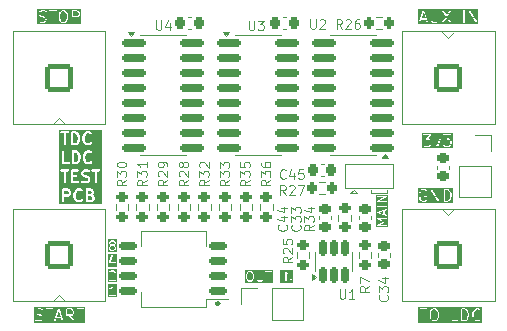
<source format=gbr>
%TF.GenerationSoftware,KiCad,Pcbnew,9.0.0*%
%TF.CreationDate,2026-01-11T13:31:27+01:00*%
%TF.ProjectId,ldc_tdc_driver,6c64635f-7464-4635-9f64-72697665722e,rev?*%
%TF.SameCoordinates,Original*%
%TF.FileFunction,Legend,Top*%
%TF.FilePolarity,Positive*%
%FSLAX46Y46*%
G04 Gerber Fmt 4.6, Leading zero omitted, Abs format (unit mm)*
G04 Created by KiCad (PCBNEW 9.0.0) date 2026-01-11 13:31:27*
%MOMM*%
%LPD*%
G01*
G04 APERTURE LIST*
G04 Aperture macros list*
%AMRoundRect*
0 Rectangle with rounded corners*
0 $1 Rounding radius*
0 $2 $3 $4 $5 $6 $7 $8 $9 X,Y pos of 4 corners*
0 Add a 4 corners polygon primitive as box body*
4,1,4,$2,$3,$4,$5,$6,$7,$8,$9,$2,$3,0*
0 Add four circle primitives for the rounded corners*
1,1,$1+$1,$2,$3*
1,1,$1+$1,$4,$5*
1,1,$1+$1,$6,$7*
1,1,$1+$1,$8,$9*
0 Add four rect primitives between the rounded corners*
20,1,$1+$1,$2,$3,$4,$5,0*
20,1,$1+$1,$4,$5,$6,$7,0*
20,1,$1+$1,$6,$7,$8,$9,0*
20,1,$1+$1,$8,$9,$2,$3,0*%
G04 Aperture macros list end*
%ADD10C,0.100000*%
%ADD11C,0.250000*%
%ADD12C,0.200000*%
%ADD13C,0.120000*%
%ADD14R,1.700000X1.700000*%
%ADD15O,1.700000X1.700000*%
%ADD16RoundRect,0.200000X0.275000X-0.200000X0.275000X0.200000X-0.275000X0.200000X-0.275000X-0.200000X0*%
%ADD17RoundRect,0.200100X-0.949900X0.949900X-0.949900X-0.949900X0.949900X-0.949900X0.949900X0.949900X0*%
%ADD18C,2.200000*%
%ADD19RoundRect,0.150000X-0.825000X-0.150000X0.825000X-0.150000X0.825000X0.150000X-0.825000X0.150000X0*%
%ADD20RoundRect,0.225000X0.250000X-0.225000X0.250000X0.225000X-0.250000X0.225000X-0.250000X-0.225000X0*%
%ADD21R,1.000000X1.500000*%
%ADD22RoundRect,0.190000X0.610000X0.190000X-0.610000X0.190000X-0.610000X-0.190000X0.610000X-0.190000X0*%
%ADD23RoundRect,0.225000X-0.225000X-0.250000X0.225000X-0.250000X0.225000X0.250000X-0.225000X0.250000X0*%
%ADD24RoundRect,0.225000X-0.250000X0.225000X-0.250000X-0.225000X0.250000X-0.225000X0.250000X0.225000X0*%
%ADD25RoundRect,0.200000X-0.200000X-0.275000X0.200000X-0.275000X0.200000X0.275000X-0.200000X0.275000X0*%
%ADD26RoundRect,0.150000X0.150000X-0.512500X0.150000X0.512500X-0.150000X0.512500X-0.150000X-0.512500X0*%
%ADD27RoundRect,0.200000X0.200000X0.275000X-0.200000X0.275000X-0.200000X-0.275000X0.200000X-0.275000X0*%
%ADD28RoundRect,0.150000X0.825000X0.150000X-0.825000X0.150000X-0.825000X-0.150000X0.825000X-0.150000X0*%
%ADD29RoundRect,0.200000X-0.275000X0.200000X-0.275000X-0.200000X0.275000X-0.200000X0.275000X0.200000X0*%
%ADD30RoundRect,0.225000X0.225000X0.250000X-0.225000X0.250000X-0.225000X-0.250000X0.225000X-0.250000X0*%
%ADD31RoundRect,0.200100X0.949900X-0.949900X0.949900X0.949900X-0.949900X0.949900X-0.949900X-0.949900X0*%
G04 APERTURE END LIST*
D10*
X161721800Y-55753000D02*
X160375600Y-55753000D01*
D11*
X147543400Y-65125600D02*
G75*
G02*
X147293400Y-65125600I-125000J0D01*
G01*
X147293400Y-65125600D02*
G75*
G02*
X147543400Y-65125600I125000J0D01*
G01*
D10*
X161721800Y-55524400D02*
X161721800Y-55753000D01*
X160375600Y-55753000D02*
X160375600Y-55524400D01*
G36*
X153785649Y-63357585D02*
G01*
X152669776Y-63357585D01*
X152669776Y-62419095D01*
X152758665Y-62419095D01*
X152758665Y-63219095D01*
X152762471Y-63238229D01*
X152789531Y-63265289D01*
X152827799Y-63265289D01*
X152854859Y-63238229D01*
X152858665Y-63219095D01*
X152858665Y-62419095D01*
X153139617Y-62419095D01*
X153139617Y-63219095D01*
X153143423Y-63238229D01*
X153170483Y-63265289D01*
X153208751Y-63265289D01*
X153235811Y-63238229D01*
X153239617Y-63219095D01*
X153239617Y-62607372D01*
X153603348Y-63243902D01*
X153616146Y-63258627D01*
X153622770Y-63260433D01*
X153627626Y-63265289D01*
X153640574Y-63265289D01*
X153653066Y-63268696D01*
X153659028Y-63265289D01*
X153665894Y-63265289D01*
X153675047Y-63256135D01*
X153686292Y-63249710D01*
X153688099Y-63243083D01*
X153692954Y-63238229D01*
X153696760Y-63219095D01*
X153696760Y-62419095D01*
X153692954Y-62399961D01*
X153665894Y-62372901D01*
X153627626Y-62372901D01*
X153600566Y-62399961D01*
X153596760Y-62419095D01*
X153596760Y-63030817D01*
X153233029Y-62394288D01*
X153220231Y-62379563D01*
X153213606Y-62377756D01*
X153208751Y-62372901D01*
X153195803Y-62372901D01*
X153183311Y-62369494D01*
X153177349Y-62372901D01*
X153170483Y-62372901D01*
X153161327Y-62382056D01*
X153150085Y-62388481D01*
X153148278Y-62395105D01*
X153143423Y-62399961D01*
X153139617Y-62419095D01*
X152858665Y-62419095D01*
X152854859Y-62399961D01*
X152827799Y-62372901D01*
X152789531Y-62372901D01*
X152762471Y-62399961D01*
X152758665Y-62419095D01*
X152669776Y-62419095D01*
X152669776Y-62280605D01*
X153785649Y-62280605D01*
X153785649Y-63357585D01*
G37*
D12*
G36*
X136751444Y-56069630D02*
G01*
X136770896Y-56089082D01*
X136800701Y-56148692D01*
X136800701Y-56244335D01*
X136770896Y-56303943D01*
X136746227Y-56328613D01*
X136686618Y-56358419D01*
X136429273Y-56358419D01*
X136429273Y-56034609D01*
X136646379Y-56034609D01*
X136751444Y-56069630D01*
G37*
G36*
X136698608Y-55588224D02*
G01*
X136723277Y-55612892D01*
X136753082Y-55672502D01*
X136753082Y-55720526D01*
X136723277Y-55780135D01*
X136698608Y-55804803D01*
X136638999Y-55834609D01*
X136429273Y-55834609D01*
X136429273Y-55558419D01*
X136638999Y-55558419D01*
X136698608Y-55588224D01*
G37*
G36*
X134746227Y-55588224D02*
G01*
X134770896Y-55612892D01*
X134800701Y-55672502D01*
X134800701Y-55768145D01*
X134770896Y-55827754D01*
X134746227Y-55852422D01*
X134686618Y-55882228D01*
X134429273Y-55882228D01*
X134429273Y-55558419D01*
X134686618Y-55558419D01*
X134746227Y-55588224D01*
G37*
G36*
X135465729Y-52373552D02*
G01*
X135532802Y-52440625D01*
X135568254Y-52511530D01*
X135610225Y-52679411D01*
X135610225Y-52797649D01*
X135568254Y-52965530D01*
X135532801Y-53036436D01*
X135465730Y-53103509D01*
X135360665Y-53138531D01*
X135238797Y-53138531D01*
X135238797Y-52338531D01*
X135360665Y-52338531D01*
X135465729Y-52373552D01*
G37*
G36*
X135418110Y-50763608D02*
G01*
X135485183Y-50830681D01*
X135520635Y-50901586D01*
X135562606Y-51069467D01*
X135562606Y-51187705D01*
X135520635Y-51355586D01*
X135485182Y-51426492D01*
X135418111Y-51493565D01*
X135313046Y-51528587D01*
X135191178Y-51528587D01*
X135191178Y-50728587D01*
X135313046Y-50728587D01*
X135418110Y-50763608D01*
G37*
G36*
X137586082Y-56669530D02*
G01*
X133977226Y-56669530D01*
X133977226Y-55458419D01*
X134229273Y-55458419D01*
X134229273Y-56458419D01*
X134231194Y-56477928D01*
X134246126Y-56513976D01*
X134273716Y-56541566D01*
X134309764Y-56556498D01*
X134348782Y-56556498D01*
X134384830Y-56541566D01*
X134412420Y-56513976D01*
X134427352Y-56477928D01*
X134429273Y-56458419D01*
X134429273Y-56082228D01*
X134710225Y-56082228D01*
X134729734Y-56080307D01*
X134733054Y-56078931D01*
X134736638Y-56078677D01*
X134754946Y-56071671D01*
X134850184Y-56024052D01*
X134858580Y-56018766D01*
X134861020Y-56017756D01*
X134863766Y-56015502D01*
X134866774Y-56013609D01*
X134868503Y-56011614D01*
X134876174Y-56005320D01*
X134923792Y-55957701D01*
X134930084Y-55950034D01*
X134932082Y-55948302D01*
X134933975Y-55945293D01*
X134936229Y-55942548D01*
X134937239Y-55940107D01*
X134942525Y-55931711D01*
X134964886Y-55886990D01*
X135181654Y-55886990D01*
X135181654Y-56029847D01*
X135181989Y-56033249D01*
X135181772Y-56034708D01*
X135182851Y-56042005D01*
X135183575Y-56049356D01*
X135184139Y-56050719D01*
X135184640Y-56054101D01*
X135232259Y-56244576D01*
X135232772Y-56246013D01*
X135232824Y-56246736D01*
X135235932Y-56254860D01*
X135238854Y-56263037D01*
X135239284Y-56263617D01*
X135239830Y-56265044D01*
X135287449Y-56360282D01*
X135292731Y-56368674D01*
X135293744Y-56371118D01*
X135296000Y-56373867D01*
X135297892Y-56376872D01*
X135299886Y-56378601D01*
X135306181Y-56386271D01*
X135401419Y-56481511D01*
X135416572Y-56493947D01*
X135419891Y-56495322D01*
X135422607Y-56497677D01*
X135440507Y-56505668D01*
X135583364Y-56553287D01*
X135593036Y-56555486D01*
X135595478Y-56556498D01*
X135599015Y-56556846D01*
X135602479Y-56557634D01*
X135605113Y-56557446D01*
X135614987Y-56558419D01*
X135710225Y-56558419D01*
X135720098Y-56557446D01*
X135722732Y-56557634D01*
X135726195Y-56556846D01*
X135729734Y-56556498D01*
X135732176Y-56555486D01*
X135741848Y-56553287D01*
X135884704Y-56505668D01*
X135902605Y-56497677D01*
X135905320Y-56495322D01*
X135908640Y-56493947D01*
X135923793Y-56481510D01*
X135971412Y-56433890D01*
X135983849Y-56418737D01*
X135998780Y-56382688D01*
X135998779Y-56343670D01*
X135983848Y-56307622D01*
X135956257Y-56280032D01*
X135920209Y-56265101D01*
X135881191Y-56265102D01*
X135845143Y-56280033D01*
X135829989Y-56292470D01*
X135799062Y-56323397D01*
X135693998Y-56358419D01*
X135631213Y-56358419D01*
X135526148Y-56323397D01*
X135459078Y-56256327D01*
X135423624Y-56185418D01*
X135381654Y-56017537D01*
X135381654Y-55899300D01*
X135423624Y-55731418D01*
X135459077Y-55660512D01*
X135526149Y-55593440D01*
X135631213Y-55558419D01*
X135693998Y-55558419D01*
X135799063Y-55593440D01*
X135829990Y-55624367D01*
X135845143Y-55636804D01*
X135881192Y-55651735D01*
X135920210Y-55651735D01*
X135956258Y-55636804D01*
X135983848Y-55609214D01*
X135998779Y-55573166D01*
X135998779Y-55534148D01*
X135983848Y-55498099D01*
X135971411Y-55482946D01*
X135946885Y-55458419D01*
X136229273Y-55458419D01*
X136229273Y-56458419D01*
X136231194Y-56477928D01*
X136246126Y-56513976D01*
X136273716Y-56541566D01*
X136309764Y-56556498D01*
X136329273Y-56558419D01*
X136710225Y-56558419D01*
X136729734Y-56556498D01*
X136733054Y-56555122D01*
X136736638Y-56554868D01*
X136754946Y-56547862D01*
X136850184Y-56500243D01*
X136858579Y-56494958D01*
X136861021Y-56493947D01*
X136863768Y-56491691D01*
X136866774Y-56489800D01*
X136868504Y-56487805D01*
X136876174Y-56481510D01*
X136923793Y-56433890D01*
X136930085Y-56426223D01*
X136932082Y-56424492D01*
X136933975Y-56421484D01*
X136936230Y-56418737D01*
X136937241Y-56416295D01*
X136942525Y-56407901D01*
X136990144Y-56312664D01*
X136997150Y-56294355D01*
X136997404Y-56290771D01*
X136998780Y-56287451D01*
X137000701Y-56267942D01*
X137000701Y-56125085D01*
X136998780Y-56105576D01*
X136997404Y-56102255D01*
X136997150Y-56098672D01*
X136990144Y-56080363D01*
X136942525Y-55985126D01*
X136937239Y-55976729D01*
X136936229Y-55974289D01*
X136933975Y-55971543D01*
X136932082Y-55968535D01*
X136930084Y-55966802D01*
X136923792Y-55959136D01*
X136876174Y-55911517D01*
X136875385Y-55910869D01*
X136876173Y-55910082D01*
X136882465Y-55902415D01*
X136884463Y-55900683D01*
X136886356Y-55897674D01*
X136888610Y-55894929D01*
X136889620Y-55892488D01*
X136894906Y-55884092D01*
X136942525Y-55788855D01*
X136949531Y-55770546D01*
X136949785Y-55766962D01*
X136951161Y-55763642D01*
X136953082Y-55744133D01*
X136953082Y-55648895D01*
X136951161Y-55629386D01*
X136949785Y-55626065D01*
X136949531Y-55622482D01*
X136942525Y-55604173D01*
X136894906Y-55508936D01*
X136889620Y-55500539D01*
X136888610Y-55498099D01*
X136886356Y-55495353D01*
X136884463Y-55492345D01*
X136882465Y-55490612D01*
X136876173Y-55482946D01*
X136828555Y-55435327D01*
X136820884Y-55429032D01*
X136819155Y-55427038D01*
X136816147Y-55425144D01*
X136813401Y-55422891D01*
X136810961Y-55421880D01*
X136802565Y-55416595D01*
X136707327Y-55368976D01*
X136689019Y-55361970D01*
X136685435Y-55361715D01*
X136682115Y-55360340D01*
X136662606Y-55358419D01*
X136329273Y-55358419D01*
X136309764Y-55360340D01*
X136273716Y-55375272D01*
X136246126Y-55402862D01*
X136231194Y-55438910D01*
X136229273Y-55458419D01*
X135946885Y-55458419D01*
X135923793Y-55435327D01*
X135908639Y-55422891D01*
X135905320Y-55421516D01*
X135902605Y-55419161D01*
X135884704Y-55411170D01*
X135741848Y-55363551D01*
X135732176Y-55361351D01*
X135729734Y-55360340D01*
X135726195Y-55359991D01*
X135722732Y-55359204D01*
X135720098Y-55359391D01*
X135710225Y-55358419D01*
X135614987Y-55358419D01*
X135605113Y-55359391D01*
X135602479Y-55359204D01*
X135599015Y-55359991D01*
X135595478Y-55360340D01*
X135593036Y-55361351D01*
X135583364Y-55363551D01*
X135440507Y-55411170D01*
X135422607Y-55419161D01*
X135419891Y-55421516D01*
X135416573Y-55422891D01*
X135401419Y-55435327D01*
X135306181Y-55530565D01*
X135299886Y-55538235D01*
X135297892Y-55539965D01*
X135295998Y-55542972D01*
X135293745Y-55545719D01*
X135292734Y-55548158D01*
X135287449Y-55556555D01*
X135239830Y-55651793D01*
X135239284Y-55653219D01*
X135238854Y-55653800D01*
X135235932Y-55661976D01*
X135232824Y-55670101D01*
X135232772Y-55670823D01*
X135232259Y-55672261D01*
X135184640Y-55862736D01*
X135184139Y-55866117D01*
X135183575Y-55867481D01*
X135182851Y-55874831D01*
X135181772Y-55882129D01*
X135181989Y-55883587D01*
X135181654Y-55886990D01*
X134964886Y-55886990D01*
X134990144Y-55836474D01*
X134997150Y-55818165D01*
X134997404Y-55814581D01*
X134998780Y-55811261D01*
X135000701Y-55791752D01*
X135000701Y-55648895D01*
X134998780Y-55629386D01*
X134997404Y-55626065D01*
X134997150Y-55622482D01*
X134990144Y-55604173D01*
X134942525Y-55508936D01*
X134937239Y-55500539D01*
X134936229Y-55498099D01*
X134933975Y-55495353D01*
X134932082Y-55492345D01*
X134930084Y-55490612D01*
X134923792Y-55482946D01*
X134876174Y-55435327D01*
X134868503Y-55429032D01*
X134866774Y-55427038D01*
X134863766Y-55425144D01*
X134861020Y-55422891D01*
X134858580Y-55421880D01*
X134850184Y-55416595D01*
X134754946Y-55368976D01*
X134736638Y-55361970D01*
X134733054Y-55361715D01*
X134729734Y-55360340D01*
X134710225Y-55358419D01*
X134329273Y-55358419D01*
X134309764Y-55360340D01*
X134273716Y-55375272D01*
X134246126Y-55402862D01*
X134231194Y-55438910D01*
X134229273Y-55458419D01*
X133977226Y-55458419D01*
X133977226Y-53828966D01*
X134088337Y-53828966D01*
X134088337Y-53867984D01*
X134103269Y-53904032D01*
X134130859Y-53931622D01*
X134166907Y-53946554D01*
X134186416Y-53948475D01*
X134372130Y-53948475D01*
X134372130Y-54848475D01*
X134374051Y-54867984D01*
X134388983Y-54904032D01*
X134416573Y-54931622D01*
X134452621Y-54946554D01*
X134491639Y-54946554D01*
X134527687Y-54931622D01*
X134555277Y-54904032D01*
X134570209Y-54867984D01*
X134572130Y-54848475D01*
X134572130Y-53948475D01*
X134757844Y-53948475D01*
X134777353Y-53946554D01*
X134813401Y-53931622D01*
X134840991Y-53904032D01*
X134855923Y-53867984D01*
X134855923Y-53848475D01*
X134991178Y-53848475D01*
X134991178Y-54848475D01*
X134993099Y-54867984D01*
X135008031Y-54904032D01*
X135035621Y-54931622D01*
X135071669Y-54946554D01*
X135091178Y-54948475D01*
X135567368Y-54948475D01*
X135586877Y-54946554D01*
X135622925Y-54931622D01*
X135650515Y-54904032D01*
X135665447Y-54867984D01*
X135665447Y-54828966D01*
X135650515Y-54792918D01*
X135622925Y-54765328D01*
X135586877Y-54750396D01*
X135567368Y-54748475D01*
X135191178Y-54748475D01*
X135191178Y-54424665D01*
X135424511Y-54424665D01*
X135444020Y-54422744D01*
X135480068Y-54407812D01*
X135507658Y-54380222D01*
X135522590Y-54344174D01*
X135522590Y-54305156D01*
X135507658Y-54269108D01*
X135480068Y-54241518D01*
X135444020Y-54226586D01*
X135424511Y-54224665D01*
X135191178Y-54224665D01*
X135191178Y-54038951D01*
X135848321Y-54038951D01*
X135848321Y-54134189D01*
X135850242Y-54153698D01*
X135851617Y-54157018D01*
X135851872Y-54160602D01*
X135858878Y-54178910D01*
X135906497Y-54274148D01*
X135911782Y-54282544D01*
X135912793Y-54284984D01*
X135915046Y-54287730D01*
X135916940Y-54290738D01*
X135918934Y-54292467D01*
X135925229Y-54300138D01*
X135972848Y-54347756D01*
X135980514Y-54354048D01*
X135982247Y-54356046D01*
X135985255Y-54357939D01*
X135988001Y-54360193D01*
X135990441Y-54361203D01*
X135998838Y-54366489D01*
X136094075Y-54414108D01*
X136095503Y-54414654D01*
X136096083Y-54415084D01*
X136104259Y-54418005D01*
X136112384Y-54421114D01*
X136113104Y-54421165D01*
X136114543Y-54421679D01*
X136294368Y-54466635D01*
X136365275Y-54502089D01*
X136389944Y-54526757D01*
X136419749Y-54586367D01*
X136419749Y-54634391D01*
X136389944Y-54693999D01*
X136365275Y-54718669D01*
X136305666Y-54748475D01*
X136107404Y-54748475D01*
X135979944Y-54705988D01*
X135960828Y-54701641D01*
X135921908Y-54704407D01*
X135887009Y-54721857D01*
X135861444Y-54751333D01*
X135849106Y-54788349D01*
X135851872Y-54827269D01*
X135869322Y-54862168D01*
X135898798Y-54887733D01*
X135916698Y-54895724D01*
X136059555Y-54943343D01*
X136069227Y-54945542D01*
X136071669Y-54946554D01*
X136075206Y-54946902D01*
X136078670Y-54947690D01*
X136081304Y-54947502D01*
X136091178Y-54948475D01*
X136329273Y-54948475D01*
X136348782Y-54946554D01*
X136352102Y-54945178D01*
X136355686Y-54944924D01*
X136373994Y-54937918D01*
X136469232Y-54890299D01*
X136477627Y-54885014D01*
X136480069Y-54884003D01*
X136482816Y-54881747D01*
X136485822Y-54879856D01*
X136487552Y-54877861D01*
X136495222Y-54871566D01*
X136542841Y-54823946D01*
X136549133Y-54816279D01*
X136551130Y-54814548D01*
X136553023Y-54811540D01*
X136555278Y-54808793D01*
X136556289Y-54806351D01*
X136561573Y-54797957D01*
X136609192Y-54702720D01*
X136616198Y-54684411D01*
X136616452Y-54680827D01*
X136617828Y-54677507D01*
X136619749Y-54657998D01*
X136619749Y-54562760D01*
X136617828Y-54543251D01*
X136616452Y-54539930D01*
X136616198Y-54536347D01*
X136609192Y-54518038D01*
X136561573Y-54422801D01*
X136556287Y-54414404D01*
X136555277Y-54411964D01*
X136553023Y-54409218D01*
X136551130Y-54406210D01*
X136549132Y-54404477D01*
X136542840Y-54396811D01*
X136495222Y-54349192D01*
X136487551Y-54342897D01*
X136485822Y-54340903D01*
X136482814Y-54339009D01*
X136480068Y-54336756D01*
X136477628Y-54335745D01*
X136469232Y-54330460D01*
X136373994Y-54282841D01*
X136372567Y-54282295D01*
X136371987Y-54281865D01*
X136363810Y-54278943D01*
X136355686Y-54275835D01*
X136354963Y-54275783D01*
X136353526Y-54275270D01*
X136173701Y-54230313D01*
X136102794Y-54194860D01*
X136078126Y-54170191D01*
X136048321Y-54110581D01*
X136048321Y-54062558D01*
X136078126Y-54002948D01*
X136102794Y-53978279D01*
X136162404Y-53948475D01*
X136360665Y-53948475D01*
X136488126Y-53990962D01*
X136507241Y-53995309D01*
X136546161Y-53992543D01*
X136581060Y-53975093D01*
X136606625Y-53945617D01*
X136618964Y-53908601D01*
X136616197Y-53869681D01*
X136598748Y-53834782D01*
X136592042Y-53828966D01*
X136707385Y-53828966D01*
X136707385Y-53867984D01*
X136722317Y-53904032D01*
X136749907Y-53931622D01*
X136785955Y-53946554D01*
X136805464Y-53948475D01*
X136991178Y-53948475D01*
X136991178Y-54848475D01*
X136993099Y-54867984D01*
X137008031Y-54904032D01*
X137035621Y-54931622D01*
X137071669Y-54946554D01*
X137110687Y-54946554D01*
X137146735Y-54931622D01*
X137174325Y-54904032D01*
X137189257Y-54867984D01*
X137191178Y-54848475D01*
X137191178Y-53948475D01*
X137376892Y-53948475D01*
X137396401Y-53946554D01*
X137432449Y-53931622D01*
X137460039Y-53904032D01*
X137474971Y-53867984D01*
X137474971Y-53828966D01*
X137460039Y-53792918D01*
X137432449Y-53765328D01*
X137396401Y-53750396D01*
X137376892Y-53748475D01*
X136805464Y-53748475D01*
X136785955Y-53750396D01*
X136749907Y-53765328D01*
X136722317Y-53792918D01*
X136707385Y-53828966D01*
X136592042Y-53828966D01*
X136569272Y-53809217D01*
X136551371Y-53801226D01*
X136408515Y-53753607D01*
X136398843Y-53751407D01*
X136396401Y-53750396D01*
X136392862Y-53750047D01*
X136389399Y-53749260D01*
X136386765Y-53749447D01*
X136376892Y-53748475D01*
X136138797Y-53748475D01*
X136119288Y-53750396D01*
X136115967Y-53751771D01*
X136112384Y-53752026D01*
X136094075Y-53759032D01*
X135998838Y-53806651D01*
X135990441Y-53811936D01*
X135988001Y-53812947D01*
X135985255Y-53815200D01*
X135982247Y-53817094D01*
X135980514Y-53819091D01*
X135972848Y-53825384D01*
X135925229Y-53873002D01*
X135918934Y-53880672D01*
X135916940Y-53882402D01*
X135915046Y-53885409D01*
X135912793Y-53888156D01*
X135911782Y-53890595D01*
X135906497Y-53898992D01*
X135858878Y-53994230D01*
X135851872Y-54012538D01*
X135851617Y-54016121D01*
X135850242Y-54019442D01*
X135848321Y-54038951D01*
X135191178Y-54038951D01*
X135191178Y-53948475D01*
X135567368Y-53948475D01*
X135586877Y-53946554D01*
X135622925Y-53931622D01*
X135650515Y-53904032D01*
X135665447Y-53867984D01*
X135665447Y-53828966D01*
X135650515Y-53792918D01*
X135622925Y-53765328D01*
X135586877Y-53750396D01*
X135567368Y-53748475D01*
X135091178Y-53748475D01*
X135071669Y-53750396D01*
X135035621Y-53765328D01*
X135008031Y-53792918D01*
X134993099Y-53828966D01*
X134991178Y-53848475D01*
X134855923Y-53848475D01*
X134855923Y-53828966D01*
X134840991Y-53792918D01*
X134813401Y-53765328D01*
X134777353Y-53750396D01*
X134757844Y-53748475D01*
X134186416Y-53748475D01*
X134166907Y-53750396D01*
X134130859Y-53765328D01*
X134103269Y-53792918D01*
X134088337Y-53828966D01*
X133977226Y-53828966D01*
X133977226Y-52238531D01*
X134229273Y-52238531D01*
X134229273Y-53238531D01*
X134231194Y-53258040D01*
X134246126Y-53294088D01*
X134273716Y-53321678D01*
X134309764Y-53336610D01*
X134329273Y-53338531D01*
X134805463Y-53338531D01*
X134824972Y-53336610D01*
X134861020Y-53321678D01*
X134888610Y-53294088D01*
X134903542Y-53258040D01*
X134903542Y-53219022D01*
X134888610Y-53182974D01*
X134861020Y-53155384D01*
X134824972Y-53140452D01*
X134805463Y-53138531D01*
X134429273Y-53138531D01*
X134429273Y-52238531D01*
X135038797Y-52238531D01*
X135038797Y-53238531D01*
X135040718Y-53258040D01*
X135055650Y-53294088D01*
X135083240Y-53321678D01*
X135119288Y-53336610D01*
X135138797Y-53338531D01*
X135376892Y-53338531D01*
X135386765Y-53337558D01*
X135389399Y-53337746D01*
X135392862Y-53336958D01*
X135396401Y-53336610D01*
X135398843Y-53335598D01*
X135408515Y-53333399D01*
X135551371Y-53285780D01*
X135569272Y-53277789D01*
X135571987Y-53275434D01*
X135575307Y-53274059D01*
X135590460Y-53261622D01*
X135685698Y-53166383D01*
X135691990Y-53158716D01*
X135693987Y-53156985D01*
X135695880Y-53153977D01*
X135698135Y-53151230D01*
X135699146Y-53148788D01*
X135704430Y-53140394D01*
X135752049Y-53045157D01*
X135752595Y-53043728D01*
X135753025Y-53043149D01*
X135755946Y-53034972D01*
X135759055Y-53026848D01*
X135759106Y-53026127D01*
X135759620Y-53024689D01*
X135807239Y-52834213D01*
X135807739Y-52830831D01*
X135808304Y-52829468D01*
X135809027Y-52822117D01*
X135810107Y-52814820D01*
X135809889Y-52813361D01*
X135810225Y-52809959D01*
X135810225Y-52667102D01*
X135991178Y-52667102D01*
X135991178Y-52809959D01*
X135991513Y-52813361D01*
X135991296Y-52814820D01*
X135992375Y-52822117D01*
X135993099Y-52829468D01*
X135993663Y-52830831D01*
X135994164Y-52834213D01*
X136041783Y-53024688D01*
X136042296Y-53026125D01*
X136042348Y-53026848D01*
X136045456Y-53034972D01*
X136048378Y-53043149D01*
X136048808Y-53043729D01*
X136049354Y-53045156D01*
X136096973Y-53140394D01*
X136102255Y-53148786D01*
X136103268Y-53151230D01*
X136105524Y-53153979D01*
X136107416Y-53156984D01*
X136109410Y-53158713D01*
X136115705Y-53166383D01*
X136210943Y-53261623D01*
X136226096Y-53274059D01*
X136229415Y-53275434D01*
X136232131Y-53277789D01*
X136250031Y-53285780D01*
X136392888Y-53333399D01*
X136402560Y-53335598D01*
X136405002Y-53336610D01*
X136408539Y-53336958D01*
X136412003Y-53337746D01*
X136414637Y-53337558D01*
X136424511Y-53338531D01*
X136519749Y-53338531D01*
X136529622Y-53337558D01*
X136532256Y-53337746D01*
X136535719Y-53336958D01*
X136539258Y-53336610D01*
X136541700Y-53335598D01*
X136551372Y-53333399D01*
X136694228Y-53285780D01*
X136712129Y-53277789D01*
X136714844Y-53275434D01*
X136718164Y-53274059D01*
X136733317Y-53261622D01*
X136780936Y-53214002D01*
X136793373Y-53198849D01*
X136808304Y-53162800D01*
X136808303Y-53123782D01*
X136793372Y-53087734D01*
X136765781Y-53060144D01*
X136729733Y-53045213D01*
X136690715Y-53045214D01*
X136654667Y-53060145D01*
X136639513Y-53072582D01*
X136608586Y-53103509D01*
X136503522Y-53138531D01*
X136440737Y-53138531D01*
X136335672Y-53103509D01*
X136268602Y-53036439D01*
X136233148Y-52965530D01*
X136191178Y-52797649D01*
X136191178Y-52679412D01*
X136233148Y-52511530D01*
X136268601Y-52440624D01*
X136335673Y-52373552D01*
X136440737Y-52338531D01*
X136503522Y-52338531D01*
X136608587Y-52373552D01*
X136639514Y-52404479D01*
X136654667Y-52416916D01*
X136690716Y-52431847D01*
X136729734Y-52431847D01*
X136765782Y-52416916D01*
X136793372Y-52389326D01*
X136808303Y-52353278D01*
X136808303Y-52314260D01*
X136793372Y-52278211D01*
X136780935Y-52263058D01*
X136733317Y-52215439D01*
X136718163Y-52203003D01*
X136714844Y-52201628D01*
X136712129Y-52199273D01*
X136694228Y-52191282D01*
X136551372Y-52143663D01*
X136541700Y-52141463D01*
X136539258Y-52140452D01*
X136535719Y-52140103D01*
X136532256Y-52139316D01*
X136529622Y-52139503D01*
X136519749Y-52138531D01*
X136424511Y-52138531D01*
X136414637Y-52139503D01*
X136412003Y-52139316D01*
X136408539Y-52140103D01*
X136405002Y-52140452D01*
X136402560Y-52141463D01*
X136392888Y-52143663D01*
X136250031Y-52191282D01*
X136232131Y-52199273D01*
X136229415Y-52201628D01*
X136226097Y-52203003D01*
X136210943Y-52215439D01*
X136115705Y-52310677D01*
X136109410Y-52318347D01*
X136107416Y-52320077D01*
X136105522Y-52323084D01*
X136103269Y-52325831D01*
X136102258Y-52328270D01*
X136096973Y-52336667D01*
X136049354Y-52431905D01*
X136048808Y-52433331D01*
X136048378Y-52433912D01*
X136045456Y-52442088D01*
X136042348Y-52450213D01*
X136042296Y-52450935D01*
X136041783Y-52452373D01*
X135994164Y-52642848D01*
X135993663Y-52646229D01*
X135993099Y-52647593D01*
X135992375Y-52654943D01*
X135991296Y-52662241D01*
X135991513Y-52663699D01*
X135991178Y-52667102D01*
X135810225Y-52667102D01*
X135809889Y-52663699D01*
X135810107Y-52662241D01*
X135809027Y-52654943D01*
X135808304Y-52647593D01*
X135807739Y-52646229D01*
X135807239Y-52642848D01*
X135759620Y-52452372D01*
X135759106Y-52450933D01*
X135759055Y-52450213D01*
X135755946Y-52442088D01*
X135753025Y-52433912D01*
X135752595Y-52433332D01*
X135752049Y-52431904D01*
X135704430Y-52336667D01*
X135699143Y-52328268D01*
X135698134Y-52325831D01*
X135695882Y-52323087D01*
X135693987Y-52320076D01*
X135691989Y-52318343D01*
X135685698Y-52310677D01*
X135590460Y-52215439D01*
X135575306Y-52203003D01*
X135571987Y-52201628D01*
X135569272Y-52199273D01*
X135551371Y-52191282D01*
X135408515Y-52143663D01*
X135398843Y-52141463D01*
X135396401Y-52140452D01*
X135392862Y-52140103D01*
X135389399Y-52139316D01*
X135386765Y-52139503D01*
X135376892Y-52138531D01*
X135138797Y-52138531D01*
X135119288Y-52140452D01*
X135083240Y-52155384D01*
X135055650Y-52182974D01*
X135040718Y-52219022D01*
X135038797Y-52238531D01*
X134429273Y-52238531D01*
X134427352Y-52219022D01*
X134412420Y-52182974D01*
X134384830Y-52155384D01*
X134348782Y-52140452D01*
X134309764Y-52140452D01*
X134273716Y-52155384D01*
X134246126Y-52182974D01*
X134231194Y-52219022D01*
X134229273Y-52238531D01*
X133977226Y-52238531D01*
X133977226Y-50609078D01*
X134088337Y-50609078D01*
X134088337Y-50648096D01*
X134103269Y-50684144D01*
X134130859Y-50711734D01*
X134166907Y-50726666D01*
X134186416Y-50728587D01*
X134372130Y-50728587D01*
X134372130Y-51628587D01*
X134374051Y-51648096D01*
X134388983Y-51684144D01*
X134416573Y-51711734D01*
X134452621Y-51726666D01*
X134491639Y-51726666D01*
X134527687Y-51711734D01*
X134555277Y-51684144D01*
X134570209Y-51648096D01*
X134572130Y-51628587D01*
X134572130Y-50728587D01*
X134757844Y-50728587D01*
X134777353Y-50726666D01*
X134813401Y-50711734D01*
X134840991Y-50684144D01*
X134855923Y-50648096D01*
X134855923Y-50628587D01*
X134991178Y-50628587D01*
X134991178Y-51628587D01*
X134993099Y-51648096D01*
X135008031Y-51684144D01*
X135035621Y-51711734D01*
X135071669Y-51726666D01*
X135091178Y-51728587D01*
X135329273Y-51728587D01*
X135339146Y-51727614D01*
X135341780Y-51727802D01*
X135345243Y-51727014D01*
X135348782Y-51726666D01*
X135351224Y-51725654D01*
X135360896Y-51723455D01*
X135503752Y-51675836D01*
X135521653Y-51667845D01*
X135524368Y-51665490D01*
X135527688Y-51664115D01*
X135542841Y-51651678D01*
X135638079Y-51556439D01*
X135644371Y-51548772D01*
X135646368Y-51547041D01*
X135648261Y-51544033D01*
X135650516Y-51541286D01*
X135651527Y-51538844D01*
X135656811Y-51530450D01*
X135704430Y-51435213D01*
X135704976Y-51433784D01*
X135705406Y-51433205D01*
X135708327Y-51425028D01*
X135711436Y-51416904D01*
X135711487Y-51416183D01*
X135712001Y-51414745D01*
X135759620Y-51224269D01*
X135760120Y-51220887D01*
X135760685Y-51219524D01*
X135761408Y-51212173D01*
X135762488Y-51204876D01*
X135762270Y-51203417D01*
X135762606Y-51200015D01*
X135762606Y-51057158D01*
X135943559Y-51057158D01*
X135943559Y-51200015D01*
X135943894Y-51203417D01*
X135943677Y-51204876D01*
X135944756Y-51212173D01*
X135945480Y-51219524D01*
X135946044Y-51220887D01*
X135946545Y-51224269D01*
X135994164Y-51414744D01*
X135994677Y-51416181D01*
X135994729Y-51416904D01*
X135997837Y-51425028D01*
X136000759Y-51433205D01*
X136001189Y-51433785D01*
X136001735Y-51435212D01*
X136049354Y-51530450D01*
X136054636Y-51538842D01*
X136055649Y-51541286D01*
X136057905Y-51544035D01*
X136059797Y-51547040D01*
X136061791Y-51548769D01*
X136068086Y-51556439D01*
X136163324Y-51651679D01*
X136178477Y-51664115D01*
X136181796Y-51665490D01*
X136184512Y-51667845D01*
X136202412Y-51675836D01*
X136345269Y-51723455D01*
X136354941Y-51725654D01*
X136357383Y-51726666D01*
X136360920Y-51727014D01*
X136364384Y-51727802D01*
X136367018Y-51727614D01*
X136376892Y-51728587D01*
X136472130Y-51728587D01*
X136482003Y-51727614D01*
X136484637Y-51727802D01*
X136488100Y-51727014D01*
X136491639Y-51726666D01*
X136494081Y-51725654D01*
X136503753Y-51723455D01*
X136646609Y-51675836D01*
X136664510Y-51667845D01*
X136667225Y-51665490D01*
X136670545Y-51664115D01*
X136685698Y-51651678D01*
X136733317Y-51604058D01*
X136745754Y-51588905D01*
X136760685Y-51552856D01*
X136760684Y-51513838D01*
X136745753Y-51477790D01*
X136718162Y-51450200D01*
X136682114Y-51435269D01*
X136643096Y-51435270D01*
X136607048Y-51450201D01*
X136591894Y-51462638D01*
X136560967Y-51493565D01*
X136455903Y-51528587D01*
X136393118Y-51528587D01*
X136288053Y-51493565D01*
X136220983Y-51426495D01*
X136185529Y-51355586D01*
X136143559Y-51187705D01*
X136143559Y-51069468D01*
X136185529Y-50901586D01*
X136220982Y-50830680D01*
X136288054Y-50763608D01*
X136393118Y-50728587D01*
X136455903Y-50728587D01*
X136560968Y-50763608D01*
X136591895Y-50794535D01*
X136607048Y-50806972D01*
X136643097Y-50821903D01*
X136682115Y-50821903D01*
X136718163Y-50806972D01*
X136745753Y-50779382D01*
X136760684Y-50743334D01*
X136760684Y-50704316D01*
X136745753Y-50668267D01*
X136733316Y-50653114D01*
X136685698Y-50605495D01*
X136670544Y-50593059D01*
X136667225Y-50591684D01*
X136664510Y-50589329D01*
X136646609Y-50581338D01*
X136503753Y-50533719D01*
X136494081Y-50531519D01*
X136491639Y-50530508D01*
X136488100Y-50530159D01*
X136484637Y-50529372D01*
X136482003Y-50529559D01*
X136472130Y-50528587D01*
X136376892Y-50528587D01*
X136367018Y-50529559D01*
X136364384Y-50529372D01*
X136360920Y-50530159D01*
X136357383Y-50530508D01*
X136354941Y-50531519D01*
X136345269Y-50533719D01*
X136202412Y-50581338D01*
X136184512Y-50589329D01*
X136181796Y-50591684D01*
X136178478Y-50593059D01*
X136163324Y-50605495D01*
X136068086Y-50700733D01*
X136061791Y-50708403D01*
X136059797Y-50710133D01*
X136057903Y-50713140D01*
X136055650Y-50715887D01*
X136054639Y-50718326D01*
X136049354Y-50726723D01*
X136001735Y-50821961D01*
X136001189Y-50823387D01*
X136000759Y-50823968D01*
X135997837Y-50832144D01*
X135994729Y-50840269D01*
X135994677Y-50840991D01*
X135994164Y-50842429D01*
X135946545Y-51032904D01*
X135946044Y-51036285D01*
X135945480Y-51037649D01*
X135944756Y-51044999D01*
X135943677Y-51052297D01*
X135943894Y-51053755D01*
X135943559Y-51057158D01*
X135762606Y-51057158D01*
X135762270Y-51053755D01*
X135762488Y-51052297D01*
X135761408Y-51044999D01*
X135760685Y-51037649D01*
X135760120Y-51036285D01*
X135759620Y-51032904D01*
X135712001Y-50842428D01*
X135711487Y-50840989D01*
X135711436Y-50840269D01*
X135708327Y-50832144D01*
X135705406Y-50823968D01*
X135704976Y-50823388D01*
X135704430Y-50821960D01*
X135656811Y-50726723D01*
X135651524Y-50718324D01*
X135650515Y-50715887D01*
X135648263Y-50713143D01*
X135646368Y-50710132D01*
X135644370Y-50708399D01*
X135638079Y-50700733D01*
X135542841Y-50605495D01*
X135527687Y-50593059D01*
X135524368Y-50591684D01*
X135521653Y-50589329D01*
X135503752Y-50581338D01*
X135360896Y-50533719D01*
X135351224Y-50531519D01*
X135348782Y-50530508D01*
X135345243Y-50530159D01*
X135341780Y-50529372D01*
X135339146Y-50529559D01*
X135329273Y-50528587D01*
X135091178Y-50528587D01*
X135071669Y-50530508D01*
X135035621Y-50545440D01*
X135008031Y-50573030D01*
X134993099Y-50609078D01*
X134991178Y-50628587D01*
X134855923Y-50628587D01*
X134855923Y-50609078D01*
X134840991Y-50573030D01*
X134813401Y-50545440D01*
X134777353Y-50530508D01*
X134757844Y-50528587D01*
X134186416Y-50528587D01*
X134166907Y-50530508D01*
X134130859Y-50545440D01*
X134103269Y-50573030D01*
X134088337Y-50609078D01*
X133977226Y-50609078D01*
X133977226Y-50417476D01*
X137586082Y-50417476D01*
X137586082Y-56669530D01*
G37*
D10*
G36*
X165901162Y-65661531D02*
G01*
X165980868Y-65741237D01*
X166023636Y-65912307D01*
X166023636Y-66233330D01*
X165980868Y-66404399D01*
X165901160Y-66484108D01*
X165823738Y-66522819D01*
X165656869Y-66522819D01*
X165579446Y-66484107D01*
X165499737Y-66404398D01*
X165456970Y-66233330D01*
X165456970Y-65912307D01*
X165499737Y-65741237D01*
X165579443Y-65661531D01*
X165656869Y-65622819D01*
X165823738Y-65622819D01*
X165901162Y-65661531D01*
G37*
G36*
X168427580Y-65664139D02*
G01*
X168508733Y-65745292D01*
X168550270Y-65828366D01*
X168595065Y-66007545D01*
X168595065Y-66138092D01*
X168550270Y-66317270D01*
X168508733Y-66400344D01*
X168427579Y-66481498D01*
X168303619Y-66522819D01*
X168123637Y-66522819D01*
X168123637Y-65622819D01*
X168303619Y-65622819D01*
X168427580Y-65664139D01*
G37*
G36*
X169802370Y-66733930D02*
G01*
X164392522Y-66733930D01*
X164392522Y-65553685D01*
X164503633Y-65553685D01*
X164503633Y-65591953D01*
X164530693Y-65619013D01*
X164549827Y-65622819D01*
X164785541Y-65622819D01*
X164785541Y-66572819D01*
X164789347Y-66591953D01*
X164816407Y-66619013D01*
X164854675Y-66619013D01*
X164881735Y-66591953D01*
X164885541Y-66572819D01*
X164885541Y-65906152D01*
X165356970Y-65906152D01*
X165356970Y-66239485D01*
X165358165Y-66245494D01*
X165358463Y-66251612D01*
X165406082Y-66442088D01*
X165408395Y-66446984D01*
X165408395Y-66449095D01*
X165411799Y-66454190D01*
X165414415Y-66459727D01*
X165416223Y-66460812D01*
X165419233Y-66465316D01*
X165514472Y-66560555D01*
X165521131Y-66565005D01*
X165527466Y-66569921D01*
X165622704Y-66617540D01*
X165625119Y-66618201D01*
X165625931Y-66619013D01*
X165633792Y-66620576D01*
X165641520Y-66622693D01*
X165642608Y-66622330D01*
X165645065Y-66622819D01*
X165835541Y-66622819D01*
X165837997Y-66622330D01*
X165839086Y-66622693D01*
X165846813Y-66620576D01*
X165854675Y-66619013D01*
X165855486Y-66618201D01*
X165857902Y-66617540D01*
X165953139Y-66569922D01*
X165959466Y-66565011D01*
X165966135Y-66560555D01*
X166061373Y-66465316D01*
X166064382Y-66460812D01*
X166066191Y-66459727D01*
X166068806Y-66454190D01*
X166072211Y-66449095D01*
X166072211Y-66446984D01*
X166074524Y-66442088D01*
X166122143Y-66251612D01*
X166122440Y-66245494D01*
X166123636Y-66239485D01*
X166123636Y-65906152D01*
X166122440Y-65900142D01*
X166122143Y-65894025D01*
X166074524Y-65703549D01*
X166072211Y-65698652D01*
X166072211Y-65696542D01*
X166068807Y-65691448D01*
X166066191Y-65685910D01*
X166064380Y-65684823D01*
X166061372Y-65680321D01*
X165966134Y-65585083D01*
X165959472Y-65580631D01*
X165953139Y-65575716D01*
X165947345Y-65572819D01*
X167214113Y-65572819D01*
X167214113Y-66572819D01*
X167217919Y-66591953D01*
X167244979Y-66619013D01*
X167264113Y-66622819D01*
X167740303Y-66622819D01*
X167759437Y-66619013D01*
X167786497Y-66591953D01*
X167786497Y-66553685D01*
X167759437Y-66526625D01*
X167740303Y-66522819D01*
X167314113Y-66522819D01*
X167314113Y-65572819D01*
X168023637Y-65572819D01*
X168023637Y-66572819D01*
X168027443Y-66591953D01*
X168054503Y-66619013D01*
X168073637Y-66622819D01*
X168311732Y-66622819D01*
X168319594Y-66621255D01*
X168327543Y-66620253D01*
X168470400Y-66572634D01*
X168472575Y-66571394D01*
X168473724Y-66571394D01*
X168480394Y-66566936D01*
X168487348Y-66562973D01*
X168487860Y-66561947D01*
X168489945Y-66560555D01*
X168585183Y-66465316D01*
X168589636Y-66458650D01*
X168594548Y-66452322D01*
X168642167Y-66357084D01*
X168643613Y-66351802D01*
X168645953Y-66346850D01*
X168693572Y-66156374D01*
X168693869Y-66150256D01*
X168695065Y-66144247D01*
X168695065Y-66001390D01*
X168976018Y-66001390D01*
X168976018Y-66144247D01*
X168977213Y-66150256D01*
X168977511Y-66156374D01*
X169025130Y-66346850D01*
X169027469Y-66351802D01*
X169028916Y-66357084D01*
X169076534Y-66452321D01*
X169081445Y-66458649D01*
X169085900Y-66465316D01*
X169181139Y-66560555D01*
X169183220Y-66561945D01*
X169183734Y-66562973D01*
X169190699Y-66566943D01*
X169197360Y-66571394D01*
X169198508Y-66571394D01*
X169200683Y-66572634D01*
X169343539Y-66620253D01*
X169351489Y-66621255D01*
X169359351Y-66622819D01*
X169454589Y-66622819D01*
X169462451Y-66621255D01*
X169470400Y-66620253D01*
X169613257Y-66572634D01*
X169615432Y-66571394D01*
X169616581Y-66571394D01*
X169623251Y-66566936D01*
X169630205Y-66562973D01*
X169630717Y-66561947D01*
X169632802Y-66560555D01*
X169680421Y-66512935D01*
X169691259Y-66496714D01*
X169691259Y-66458445D01*
X169664199Y-66431386D01*
X169625930Y-66431386D01*
X169609709Y-66442225D01*
X169570436Y-66481498D01*
X169446476Y-66522819D01*
X169367464Y-66522819D01*
X169243504Y-66481499D01*
X169162348Y-66400342D01*
X169120813Y-66317272D01*
X169076018Y-66138092D01*
X169076018Y-66007545D01*
X169120813Y-65828365D01*
X169162349Y-65745293D01*
X169243502Y-65664139D01*
X169367464Y-65622819D01*
X169446476Y-65622819D01*
X169570437Y-65664139D01*
X169609709Y-65703412D01*
X169625930Y-65714251D01*
X169664199Y-65714251D01*
X169691259Y-65687191D01*
X169691259Y-65648922D01*
X169680420Y-65632701D01*
X169632801Y-65585083D01*
X169630718Y-65583691D01*
X169630205Y-65582665D01*
X169623244Y-65578697D01*
X169616580Y-65574244D01*
X169615432Y-65574244D01*
X169613257Y-65573004D01*
X169470400Y-65525385D01*
X169462451Y-65524382D01*
X169454589Y-65522819D01*
X169359351Y-65522819D01*
X169351489Y-65524382D01*
X169343539Y-65525385D01*
X169200683Y-65573004D01*
X169198508Y-65574244D01*
X169197360Y-65574244D01*
X169190699Y-65578694D01*
X169183734Y-65582665D01*
X169183220Y-65583692D01*
X169181139Y-65585083D01*
X169085901Y-65680321D01*
X169081449Y-65686982D01*
X169076534Y-65693316D01*
X169028916Y-65788553D01*
X169027469Y-65793834D01*
X169025130Y-65798787D01*
X168977511Y-65989263D01*
X168977213Y-65995380D01*
X168976018Y-66001390D01*
X168695065Y-66001390D01*
X168693869Y-65995380D01*
X168693572Y-65989263D01*
X168645953Y-65798787D01*
X168643613Y-65793834D01*
X168642167Y-65788553D01*
X168594548Y-65693315D01*
X168589632Y-65686980D01*
X168585182Y-65680321D01*
X168489944Y-65585083D01*
X168487861Y-65583691D01*
X168487348Y-65582665D01*
X168480387Y-65578697D01*
X168473723Y-65574244D01*
X168472575Y-65574244D01*
X168470400Y-65573004D01*
X168327543Y-65525385D01*
X168319594Y-65524382D01*
X168311732Y-65522819D01*
X168073637Y-65522819D01*
X168054503Y-65526625D01*
X168027443Y-65553685D01*
X168023637Y-65572819D01*
X167314113Y-65572819D01*
X167310307Y-65553685D01*
X167283247Y-65526625D01*
X167244979Y-65526625D01*
X167217919Y-65553685D01*
X167214113Y-65572819D01*
X165947345Y-65572819D01*
X165857902Y-65528098D01*
X165855486Y-65527436D01*
X165854675Y-65526625D01*
X165846813Y-65525061D01*
X165839086Y-65522945D01*
X165837997Y-65523307D01*
X165835541Y-65522819D01*
X165645065Y-65522819D01*
X165642608Y-65523307D01*
X165641520Y-65522945D01*
X165633792Y-65525061D01*
X165625931Y-65526625D01*
X165625119Y-65527436D01*
X165622704Y-65528098D01*
X165527466Y-65575717D01*
X165521131Y-65580632D01*
X165514472Y-65585083D01*
X165419234Y-65680321D01*
X165416225Y-65684823D01*
X165414415Y-65685910D01*
X165411798Y-65691448D01*
X165408395Y-65696542D01*
X165408395Y-65698652D01*
X165406082Y-65703549D01*
X165358463Y-65894025D01*
X165358165Y-65900142D01*
X165356970Y-65906152D01*
X164885541Y-65906152D01*
X164885541Y-65622819D01*
X165121255Y-65622819D01*
X165140389Y-65619013D01*
X165167449Y-65591953D01*
X165167449Y-65553685D01*
X165140389Y-65526625D01*
X165121255Y-65522819D01*
X164549827Y-65522819D01*
X164530693Y-65526625D01*
X164503633Y-65553685D01*
X164392522Y-65553685D01*
X164392522Y-65411708D01*
X169802370Y-65411708D01*
X169802370Y-66733930D01*
G37*
G36*
X150264398Y-62498282D02*
G01*
X150325060Y-62558943D01*
X150358303Y-62691915D01*
X150358303Y-62946273D01*
X150325059Y-63079246D01*
X150264399Y-63139907D01*
X150206024Y-63169095D01*
X150077249Y-63169095D01*
X150018874Y-63139908D01*
X149958212Y-63079246D01*
X149924969Y-62946272D01*
X149924969Y-62691916D01*
X149958213Y-62558941D01*
X150018872Y-62498282D01*
X150077249Y-62469095D01*
X150206024Y-62469095D01*
X150264398Y-62498282D01*
G37*
G36*
X152067195Y-63357984D02*
G01*
X149736080Y-63357984D01*
X149736080Y-62685761D01*
X149824969Y-62685761D01*
X149824969Y-62952428D01*
X149826164Y-62958437D01*
X149826462Y-62964555D01*
X149864558Y-63116936D01*
X149866871Y-63121832D01*
X149866871Y-63123943D01*
X149870274Y-63129036D01*
X149872891Y-63134576D01*
X149874701Y-63135662D01*
X149877709Y-63140164D01*
X149953900Y-63216355D01*
X149960566Y-63220809D01*
X149966895Y-63225721D01*
X150043086Y-63263817D01*
X150045501Y-63264478D01*
X150046312Y-63265289D01*
X150054172Y-63266852D01*
X150061902Y-63268969D01*
X150062989Y-63268606D01*
X150065446Y-63269095D01*
X150217827Y-63269095D01*
X150220283Y-63268606D01*
X150221372Y-63268969D01*
X150229099Y-63266852D01*
X150236961Y-63265289D01*
X150237772Y-63264477D01*
X150240188Y-63263816D01*
X150316378Y-63225721D01*
X150322712Y-63220805D01*
X150329372Y-63216355D01*
X150405563Y-63140165D01*
X150408573Y-63135660D01*
X150410382Y-63134575D01*
X150412996Y-63129039D01*
X150416402Y-63123944D01*
X150416402Y-63121832D01*
X150418715Y-63116936D01*
X150456810Y-62964554D01*
X150457107Y-62958435D01*
X150458303Y-62952428D01*
X150458303Y-62685761D01*
X150457107Y-62679753D01*
X150456810Y-62673635D01*
X150418715Y-62521253D01*
X150416402Y-62516356D01*
X150416402Y-62514246D01*
X150412998Y-62509152D01*
X150410382Y-62503614D01*
X150408571Y-62502527D01*
X150405563Y-62498025D01*
X150329372Y-62421834D01*
X150325273Y-62419095D01*
X150701160Y-62419095D01*
X150701160Y-63066714D01*
X150701648Y-63069170D01*
X150701286Y-63070259D01*
X150703402Y-63077986D01*
X150704966Y-63085848D01*
X150705777Y-63086659D01*
X150706439Y-63089075D01*
X150744534Y-63165265D01*
X150749445Y-63171593D01*
X150753899Y-63178259D01*
X150791994Y-63216355D01*
X150798664Y-63220811D01*
X150804990Y-63225721D01*
X150881181Y-63263817D01*
X150883596Y-63264478D01*
X150884407Y-63265289D01*
X150892267Y-63266852D01*
X150899997Y-63268969D01*
X150901084Y-63268606D01*
X150903541Y-63269095D01*
X151055922Y-63269095D01*
X151058378Y-63268606D01*
X151059467Y-63268969D01*
X151067194Y-63266852D01*
X151075056Y-63265289D01*
X151075867Y-63264477D01*
X151078283Y-63263816D01*
X151154473Y-63225721D01*
X151160801Y-63220809D01*
X151167468Y-63216355D01*
X151205563Y-63178259D01*
X151210016Y-63171593D01*
X151214928Y-63165265D01*
X151253024Y-63089076D01*
X151253685Y-63086659D01*
X151254497Y-63085848D01*
X151256060Y-63077989D01*
X151258177Y-63070260D01*
X151257814Y-63069171D01*
X151258303Y-63066714D01*
X151258303Y-62419095D01*
X151254497Y-62399961D01*
X151428775Y-62399961D01*
X151428775Y-62438229D01*
X151455835Y-62465289D01*
X151474969Y-62469095D01*
X151653540Y-62469095D01*
X151653540Y-63219095D01*
X151657346Y-63238229D01*
X151684406Y-63265289D01*
X151722674Y-63265289D01*
X151749734Y-63238229D01*
X151753540Y-63219095D01*
X151753540Y-62469095D01*
X151932112Y-62469095D01*
X151951246Y-62465289D01*
X151978306Y-62438229D01*
X151978306Y-62399961D01*
X151951246Y-62372901D01*
X151932112Y-62369095D01*
X151474969Y-62369095D01*
X151455835Y-62372901D01*
X151428775Y-62399961D01*
X151254497Y-62399961D01*
X151227437Y-62372901D01*
X151189169Y-62372901D01*
X151162109Y-62399961D01*
X151158303Y-62419095D01*
X151158303Y-63054910D01*
X151129115Y-63113285D01*
X151102492Y-63139908D01*
X151044119Y-63169095D01*
X150915344Y-63169095D01*
X150856970Y-63139908D01*
X150830347Y-63113285D01*
X150801160Y-63054911D01*
X150801160Y-62419095D01*
X150797354Y-62399961D01*
X150770294Y-62372901D01*
X150732026Y-62372901D01*
X150704966Y-62399961D01*
X150701160Y-62419095D01*
X150325273Y-62419095D01*
X150322706Y-62417380D01*
X150316378Y-62412469D01*
X150240188Y-62374374D01*
X150237772Y-62373712D01*
X150236961Y-62372901D01*
X150229099Y-62371337D01*
X150221372Y-62369221D01*
X150220283Y-62369583D01*
X150217827Y-62369095D01*
X150065446Y-62369095D01*
X150062989Y-62369583D01*
X150061902Y-62369221D01*
X150054172Y-62371337D01*
X150046312Y-62372901D01*
X150045501Y-62373711D01*
X150043086Y-62374373D01*
X149966895Y-62412469D01*
X149960566Y-62417380D01*
X149953900Y-62421835D01*
X149877710Y-62498025D01*
X149874702Y-62502526D01*
X149872891Y-62503613D01*
X149870273Y-62509154D01*
X149866871Y-62514246D01*
X149866871Y-62516356D01*
X149864558Y-62521253D01*
X149826462Y-62673634D01*
X149826164Y-62679751D01*
X149824969Y-62685761D01*
X149736080Y-62685761D01*
X149736080Y-62280206D01*
X152067195Y-62280206D01*
X152067195Y-63357984D01*
G37*
G36*
X166941846Y-55554939D02*
G01*
X167022999Y-55636092D01*
X167064536Y-55719166D01*
X167109331Y-55898345D01*
X167109331Y-56028892D01*
X167064536Y-56208070D01*
X167022999Y-56291144D01*
X166941845Y-56372298D01*
X166817885Y-56413619D01*
X166637903Y-56413619D01*
X166637903Y-55513619D01*
X166817885Y-55513619D01*
X166941846Y-55554939D01*
G37*
G36*
X167320442Y-56624730D02*
G01*
X164331554Y-56624730D01*
X164331554Y-55892190D01*
X164442665Y-55892190D01*
X164442665Y-56035047D01*
X164443860Y-56041056D01*
X164444158Y-56047174D01*
X164491777Y-56237650D01*
X164494116Y-56242602D01*
X164495563Y-56247884D01*
X164543181Y-56343121D01*
X164548092Y-56349449D01*
X164552547Y-56356116D01*
X164647786Y-56451355D01*
X164649867Y-56452745D01*
X164650381Y-56453773D01*
X164657346Y-56457743D01*
X164664007Y-56462194D01*
X164665155Y-56462194D01*
X164667330Y-56463434D01*
X164810186Y-56511053D01*
X164818136Y-56512055D01*
X164825998Y-56513619D01*
X164921236Y-56513619D01*
X164929098Y-56512055D01*
X164937047Y-56511053D01*
X165079904Y-56463434D01*
X165082079Y-56462194D01*
X165083228Y-56462194D01*
X165089898Y-56457736D01*
X165096852Y-56453773D01*
X165097364Y-56452747D01*
X165099449Y-56451355D01*
X165147068Y-56403735D01*
X165157906Y-56387514D01*
X165161712Y-56368380D01*
X165161712Y-56035047D01*
X165157906Y-56015913D01*
X165130846Y-55988853D01*
X165111712Y-55985047D01*
X164921236Y-55985047D01*
X164902102Y-55988853D01*
X164875042Y-56015913D01*
X164875042Y-56054181D01*
X164902102Y-56081241D01*
X164921236Y-56085047D01*
X165061712Y-56085047D01*
X165061712Y-56347669D01*
X165037083Y-56372298D01*
X164913123Y-56413619D01*
X164834111Y-56413619D01*
X164710151Y-56372299D01*
X164628995Y-56291142D01*
X164587460Y-56208072D01*
X164542665Y-56028892D01*
X164542665Y-55898345D01*
X164587460Y-55719165D01*
X164628996Y-55636093D01*
X164710149Y-55554939D01*
X164834111Y-55513619D01*
X164957052Y-55513619D01*
X165041732Y-55555959D01*
X165060548Y-55561112D01*
X165096853Y-55549010D01*
X165113967Y-55514782D01*
X165101865Y-55478478D01*
X165086453Y-55466516D01*
X165080659Y-55463619D01*
X165490284Y-55463619D01*
X165490284Y-56463619D01*
X165494090Y-56482753D01*
X165521150Y-56509813D01*
X165559418Y-56509813D01*
X165586478Y-56482753D01*
X165590284Y-56463619D01*
X165590284Y-55651897D01*
X166068300Y-56488426D01*
X166081098Y-56503151D01*
X166087722Y-56504957D01*
X166092578Y-56509813D01*
X166105526Y-56509813D01*
X166118018Y-56513220D01*
X166123980Y-56509813D01*
X166130846Y-56509813D01*
X166139999Y-56500659D01*
X166151244Y-56494234D01*
X166153051Y-56487607D01*
X166157906Y-56482753D01*
X166161712Y-56463619D01*
X166161712Y-55463619D01*
X166537903Y-55463619D01*
X166537903Y-56463619D01*
X166541709Y-56482753D01*
X166568769Y-56509813D01*
X166587903Y-56513619D01*
X166825998Y-56513619D01*
X166833860Y-56512055D01*
X166841809Y-56511053D01*
X166984666Y-56463434D01*
X166986841Y-56462194D01*
X166987990Y-56462194D01*
X166994660Y-56457736D01*
X167001614Y-56453773D01*
X167002126Y-56452747D01*
X167004211Y-56451355D01*
X167099449Y-56356116D01*
X167103902Y-56349450D01*
X167108814Y-56343122D01*
X167156433Y-56247884D01*
X167157879Y-56242602D01*
X167160219Y-56237650D01*
X167207838Y-56047174D01*
X167208135Y-56041056D01*
X167209331Y-56035047D01*
X167209331Y-55892190D01*
X167208135Y-55886180D01*
X167207838Y-55880063D01*
X167160219Y-55689587D01*
X167157879Y-55684634D01*
X167156433Y-55679353D01*
X167108814Y-55584115D01*
X167103898Y-55577780D01*
X167099448Y-55571121D01*
X167004210Y-55475883D01*
X167002127Y-55474491D01*
X167001614Y-55473465D01*
X166994653Y-55469497D01*
X166987989Y-55465044D01*
X166986841Y-55465044D01*
X166984666Y-55463804D01*
X166841809Y-55416185D01*
X166833860Y-55415182D01*
X166825998Y-55413619D01*
X166587903Y-55413619D01*
X166568769Y-55417425D01*
X166541709Y-55444485D01*
X166537903Y-55463619D01*
X166161712Y-55463619D01*
X166157906Y-55444485D01*
X166130846Y-55417425D01*
X166092578Y-55417425D01*
X166065518Y-55444485D01*
X166061712Y-55463619D01*
X166061712Y-56275340D01*
X165583696Y-55438812D01*
X165570899Y-55424087D01*
X165564272Y-55422279D01*
X165559418Y-55417425D01*
X165546471Y-55417425D01*
X165533978Y-55414018D01*
X165528016Y-55417425D01*
X165521150Y-55417425D01*
X165511996Y-55426578D01*
X165500752Y-55433004D01*
X165498944Y-55439630D01*
X165494090Y-55444485D01*
X165490284Y-55463619D01*
X165080659Y-55463619D01*
X164991216Y-55418898D01*
X164988800Y-55418236D01*
X164987989Y-55417425D01*
X164980127Y-55415861D01*
X164972400Y-55413745D01*
X164971311Y-55414107D01*
X164968855Y-55413619D01*
X164825998Y-55413619D01*
X164818136Y-55415182D01*
X164810186Y-55416185D01*
X164667330Y-55463804D01*
X164665155Y-55465044D01*
X164664007Y-55465044D01*
X164657346Y-55469494D01*
X164650381Y-55473465D01*
X164649867Y-55474492D01*
X164647786Y-55475883D01*
X164552548Y-55571121D01*
X164548096Y-55577782D01*
X164543181Y-55584116D01*
X164495563Y-55679353D01*
X164494116Y-55684634D01*
X164491777Y-55689587D01*
X164444158Y-55880063D01*
X164443860Y-55886180D01*
X164442665Y-55892190D01*
X164331554Y-55892190D01*
X164331554Y-55302508D01*
X167320442Y-55302508D01*
X167320442Y-56624730D01*
G37*
G36*
X138859395Y-64576484D02*
G01*
X138128406Y-64576484D01*
X138128406Y-63869710D01*
X138217295Y-63869710D01*
X138234409Y-63903938D01*
X138270713Y-63916040D01*
X138289529Y-63910887D01*
X138365721Y-63872792D01*
X138372046Y-63867882D01*
X138378716Y-63863426D01*
X138445741Y-63796400D01*
X138445741Y-64387595D01*
X138267169Y-64387595D01*
X138248035Y-64391401D01*
X138220975Y-64418461D01*
X138220975Y-64456729D01*
X138248035Y-64483789D01*
X138267169Y-64487595D01*
X138724312Y-64487595D01*
X138743446Y-64483789D01*
X138770506Y-64456729D01*
X138770506Y-64418461D01*
X138743446Y-64391401D01*
X138724312Y-64387595D01*
X138545741Y-64387595D01*
X138545741Y-63637595D01*
X138541935Y-63618461D01*
X138538294Y-63614820D01*
X138537285Y-63609773D01*
X138525170Y-63601696D01*
X138514875Y-63591401D01*
X138509727Y-63591401D01*
X138505445Y-63588546D01*
X138491170Y-63591401D01*
X138476607Y-63591401D01*
X138472966Y-63595041D01*
X138467919Y-63596051D01*
X138454139Y-63609860D01*
X138380694Y-63720025D01*
X138313741Y-63786978D01*
X138244809Y-63821445D01*
X138229397Y-63833406D01*
X138217295Y-63869710D01*
X138128406Y-63869710D01*
X138128406Y-63499657D01*
X138859395Y-63499657D01*
X138859395Y-64576484D01*
G37*
G36*
X134133703Y-66237104D02*
G01*
X133796255Y-66237104D01*
X133964979Y-65730932D01*
X134133703Y-66237104D01*
G37*
G36*
X135078218Y-65661530D02*
G01*
X135114362Y-65697675D01*
X135153074Y-65775098D01*
X135153074Y-65894348D01*
X135114362Y-65971771D01*
X135078218Y-66007916D01*
X135000795Y-66046628D01*
X134681646Y-66046628D01*
X134681646Y-65622819D01*
X135000795Y-65622819D01*
X135078218Y-65661530D01*
G37*
G36*
X136217522Y-66733930D02*
G01*
X131851487Y-66733930D01*
X131851487Y-65763295D01*
X131962598Y-65763295D01*
X131962598Y-65858533D01*
X131963086Y-65860989D01*
X131962724Y-65862078D01*
X131964840Y-65869805D01*
X131966404Y-65877667D01*
X131967215Y-65878478D01*
X131967877Y-65880894D01*
X132015495Y-65976131D01*
X132020410Y-65982464D01*
X132024862Y-65989126D01*
X132072480Y-66036745D01*
X132079146Y-66041199D01*
X132085475Y-66046111D01*
X132180713Y-66093730D01*
X132185994Y-66095176D01*
X132190947Y-66097516D01*
X132376099Y-66143804D01*
X132459170Y-66185339D01*
X132495314Y-66221484D01*
X132534026Y-66298907D01*
X132534026Y-66370538D01*
X132495314Y-66447961D01*
X132459168Y-66484108D01*
X132381747Y-66522819D01*
X132163568Y-66522819D01*
X132028409Y-66477766D01*
X132009054Y-66475326D01*
X131974825Y-66492440D01*
X131962724Y-66528744D01*
X131979838Y-66562973D01*
X131996787Y-66572634D01*
X132139643Y-66620253D01*
X132147593Y-66621255D01*
X132155455Y-66622819D01*
X132393550Y-66622819D01*
X132396006Y-66622330D01*
X132397095Y-66622693D01*
X132404822Y-66620576D01*
X132412684Y-66619013D01*
X132413495Y-66618201D01*
X132415911Y-66617540D01*
X132511148Y-66569922D01*
X132517475Y-66565011D01*
X132524144Y-66560555D01*
X132571763Y-66512935D01*
X132576216Y-66506269D01*
X132581128Y-66499941D01*
X132628747Y-66404703D01*
X132629408Y-66402287D01*
X132630220Y-66401476D01*
X132631783Y-66393614D01*
X132633900Y-66385887D01*
X132633537Y-66384798D01*
X132634026Y-66382342D01*
X132634026Y-66287104D01*
X132633537Y-66284647D01*
X132633900Y-66283559D01*
X132631783Y-66275831D01*
X132630220Y-66267970D01*
X132629408Y-66267158D01*
X132628747Y-66264743D01*
X132581128Y-66169505D01*
X132576216Y-66163176D01*
X132571762Y-66156510D01*
X132524143Y-66108892D01*
X132517481Y-66104440D01*
X132511148Y-66099525D01*
X132415911Y-66051907D01*
X132410629Y-66050460D01*
X132405677Y-66048121D01*
X132220526Y-66001833D01*
X132137454Y-65960297D01*
X132101309Y-65924153D01*
X132062598Y-65846730D01*
X132062598Y-65775098D01*
X132101309Y-65697674D01*
X132137454Y-65661530D01*
X132214878Y-65622819D01*
X132433056Y-65622819D01*
X132568214Y-65667872D01*
X132587570Y-65670312D01*
X132621798Y-65653198D01*
X132633900Y-65616894D01*
X132616785Y-65582665D01*
X132599837Y-65573004D01*
X132541880Y-65553685D01*
X132823547Y-65553685D01*
X132823547Y-65591953D01*
X132850607Y-65619013D01*
X132869741Y-65622819D01*
X133105455Y-65622819D01*
X133105455Y-66572819D01*
X133109261Y-66591953D01*
X133136321Y-66619013D01*
X133174589Y-66619013D01*
X133201649Y-66591953D01*
X133204750Y-66576363D01*
X133581772Y-66576363D01*
X133598886Y-66610592D01*
X133635190Y-66622693D01*
X133669419Y-66605579D01*
X133679080Y-66588630D01*
X133762922Y-66337104D01*
X134167036Y-66337104D01*
X134250878Y-66588630D01*
X134260539Y-66605578D01*
X134294768Y-66622693D01*
X134331072Y-66610591D01*
X134348186Y-66576363D01*
X134345746Y-66557007D01*
X134017683Y-65572819D01*
X134581646Y-65572819D01*
X134581646Y-66572819D01*
X134585452Y-66591953D01*
X134612512Y-66619013D01*
X134650780Y-66619013D01*
X134677840Y-66591953D01*
X134681646Y-66572819D01*
X134681646Y-66146628D01*
X134843708Y-66146628D01*
X135162112Y-66601492D01*
X135176203Y-66614985D01*
X135213889Y-66621635D01*
X135245240Y-66599690D01*
X135251890Y-66562004D01*
X135244036Y-66544146D01*
X134965774Y-66146628D01*
X135012598Y-66146628D01*
X135015054Y-66146139D01*
X135016143Y-66146502D01*
X135023870Y-66144385D01*
X135031732Y-66142822D01*
X135032543Y-66142010D01*
X135034959Y-66141349D01*
X135130196Y-66093731D01*
X135136529Y-66088815D01*
X135143191Y-66084364D01*
X135190810Y-66036746D01*
X135195264Y-66030079D01*
X135200176Y-66023751D01*
X135247795Y-65928513D01*
X135248456Y-65926097D01*
X135249268Y-65925286D01*
X135250831Y-65917424D01*
X135252948Y-65909697D01*
X135252585Y-65908608D01*
X135253074Y-65906152D01*
X135253074Y-65763295D01*
X135252585Y-65760838D01*
X135252948Y-65759750D01*
X135250831Y-65752022D01*
X135249268Y-65744161D01*
X135248456Y-65743349D01*
X135247795Y-65740934D01*
X135200176Y-65645696D01*
X135195264Y-65639367D01*
X135190810Y-65632701D01*
X135143191Y-65585083D01*
X135136529Y-65580631D01*
X135130196Y-65575716D01*
X135086134Y-65553685D01*
X135442595Y-65553685D01*
X135442595Y-65591953D01*
X135469655Y-65619013D01*
X135488789Y-65622819D01*
X135724503Y-65622819D01*
X135724503Y-66572819D01*
X135728309Y-66591953D01*
X135755369Y-66619013D01*
X135793637Y-66619013D01*
X135820697Y-66591953D01*
X135824503Y-66572819D01*
X135824503Y-65622819D01*
X136060217Y-65622819D01*
X136079351Y-65619013D01*
X136106411Y-65591953D01*
X136106411Y-65553685D01*
X136079351Y-65526625D01*
X136060217Y-65522819D01*
X135488789Y-65522819D01*
X135469655Y-65526625D01*
X135442595Y-65553685D01*
X135086134Y-65553685D01*
X135034959Y-65528098D01*
X135032543Y-65527436D01*
X135031732Y-65526625D01*
X135023870Y-65525061D01*
X135016143Y-65522945D01*
X135015054Y-65523307D01*
X135012598Y-65522819D01*
X134631646Y-65522819D01*
X134612512Y-65526625D01*
X134585452Y-65553685D01*
X134581646Y-65572819D01*
X134017683Y-65572819D01*
X134012413Y-65557008D01*
X134002752Y-65540059D01*
X133999409Y-65538387D01*
X133997739Y-65535047D01*
X133982702Y-65530034D01*
X133968523Y-65522945D01*
X133964978Y-65524126D01*
X133961435Y-65522945D01*
X133947261Y-65530032D01*
X133932219Y-65535046D01*
X133930547Y-65538389D01*
X133927206Y-65540060D01*
X133917545Y-65557008D01*
X133584212Y-66557008D01*
X133581772Y-66576363D01*
X133204750Y-66576363D01*
X133205455Y-66572819D01*
X133205455Y-65622819D01*
X133441169Y-65622819D01*
X133460303Y-65619013D01*
X133487363Y-65591953D01*
X133487363Y-65553685D01*
X133460303Y-65526625D01*
X133441169Y-65522819D01*
X132869741Y-65522819D01*
X132850607Y-65526625D01*
X132823547Y-65553685D01*
X132541880Y-65553685D01*
X132456980Y-65525385D01*
X132449031Y-65524382D01*
X132441169Y-65522819D01*
X132203074Y-65522819D01*
X132200617Y-65523307D01*
X132199529Y-65522945D01*
X132191801Y-65525061D01*
X132183940Y-65526625D01*
X132183128Y-65527436D01*
X132180713Y-65528098D01*
X132085475Y-65575717D01*
X132079146Y-65580628D01*
X132072480Y-65585083D01*
X132024862Y-65632702D01*
X132020410Y-65639363D01*
X132015495Y-65645697D01*
X131967877Y-65740934D01*
X131967215Y-65743349D01*
X131966404Y-65744161D01*
X131964840Y-65752022D01*
X131962724Y-65759750D01*
X131963086Y-65760838D01*
X131962598Y-65763295D01*
X131851487Y-65763295D01*
X131851487Y-65411708D01*
X136217522Y-65411708D01*
X136217522Y-66733930D01*
G37*
G36*
X138863201Y-63306484D02*
G01*
X138093991Y-63306484D01*
X138093991Y-63148461D01*
X138182880Y-63148461D01*
X138182880Y-63186729D01*
X138209940Y-63213789D01*
X138229074Y-63217595D01*
X138724312Y-63217595D01*
X138743446Y-63213789D01*
X138770506Y-63186729D01*
X138770506Y-63148461D01*
X138743446Y-63121401D01*
X138724312Y-63117595D01*
X138349784Y-63117595D01*
X138721572Y-62745807D01*
X138722962Y-62743725D01*
X138723990Y-62743212D01*
X138727960Y-62736246D01*
X138732411Y-62729586D01*
X138732411Y-62728438D01*
X138733651Y-62726263D01*
X138771746Y-62611977D01*
X138772748Y-62604028D01*
X138774312Y-62596166D01*
X138774312Y-62519976D01*
X138773823Y-62517519D01*
X138774186Y-62516432D01*
X138772069Y-62508702D01*
X138770506Y-62500842D01*
X138769695Y-62500031D01*
X138769034Y-62497616D01*
X138730938Y-62421425D01*
X138726031Y-62415103D01*
X138721572Y-62408429D01*
X138683477Y-62370335D01*
X138676814Y-62365882D01*
X138670483Y-62360969D01*
X138594291Y-62322874D01*
X138591876Y-62322212D01*
X138591065Y-62321401D01*
X138583199Y-62319836D01*
X138575475Y-62317721D01*
X138574387Y-62318083D01*
X138571931Y-62317595D01*
X138381455Y-62317595D01*
X138378998Y-62318083D01*
X138377910Y-62317721D01*
X138370182Y-62319837D01*
X138362321Y-62321401D01*
X138361509Y-62322212D01*
X138359094Y-62322874D01*
X138282904Y-62360969D01*
X138276575Y-62365880D01*
X138269910Y-62370334D01*
X138231814Y-62408429D01*
X138220975Y-62424650D01*
X138220975Y-62462919D01*
X138248034Y-62489979D01*
X138286303Y-62489979D01*
X138302524Y-62479141D01*
X138334883Y-62446782D01*
X138393258Y-62417595D01*
X138560129Y-62417595D01*
X138618505Y-62446783D01*
X138645125Y-62473404D01*
X138674312Y-62531778D01*
X138674312Y-62588053D01*
X138642515Y-62683443D01*
X138193719Y-63132240D01*
X138182880Y-63148461D01*
X138093991Y-63148461D01*
X138093991Y-62228706D01*
X138863201Y-62228706D01*
X138863201Y-63306484D01*
G37*
G36*
X138618505Y-60249640D02*
G01*
X138645125Y-60276261D01*
X138674312Y-60334635D01*
X138674312Y-60463411D01*
X138645124Y-60521785D01*
X138618503Y-60548407D01*
X138560129Y-60577595D01*
X138431353Y-60577595D01*
X138372979Y-60548408D01*
X138346357Y-60521786D01*
X138317169Y-60463410D01*
X138317169Y-60334636D01*
X138346357Y-60276259D01*
X138372978Y-60249639D01*
X138431353Y-60220452D01*
X138560129Y-60220452D01*
X138618505Y-60249640D01*
G37*
G36*
X138618505Y-59906783D02*
G01*
X138645125Y-59933404D01*
X138674312Y-59991778D01*
X138674312Y-60006268D01*
X138645124Y-60064642D01*
X138618503Y-60091264D01*
X138560129Y-60120452D01*
X138431353Y-60120452D01*
X138372979Y-60091265D01*
X138346357Y-60064643D01*
X138317169Y-60006267D01*
X138317169Y-59991779D01*
X138346357Y-59933402D01*
X138372978Y-59906782D01*
X138431353Y-59877595D01*
X138560129Y-59877595D01*
X138618505Y-59906783D01*
G37*
G36*
X138863201Y-60766484D02*
G01*
X138128280Y-60766484D01*
X138128280Y-59979976D01*
X138217169Y-59979976D01*
X138217169Y-60018071D01*
X138217657Y-60020527D01*
X138217295Y-60021616D01*
X138219411Y-60029343D01*
X138220975Y-60037205D01*
X138221786Y-60038016D01*
X138222448Y-60040432D01*
X138260544Y-60116622D01*
X138265453Y-60122947D01*
X138269909Y-60129616D01*
X138308004Y-60167712D01*
X138312104Y-60170451D01*
X138308004Y-60173192D01*
X138269910Y-60211287D01*
X138265457Y-60217949D01*
X138260544Y-60224281D01*
X138222448Y-60300472D01*
X138221786Y-60302887D01*
X138220975Y-60303699D01*
X138219411Y-60311560D01*
X138217295Y-60319288D01*
X138217657Y-60320376D01*
X138217169Y-60322833D01*
X138217169Y-60475214D01*
X138217657Y-60477670D01*
X138217295Y-60478759D01*
X138219411Y-60486486D01*
X138220975Y-60494348D01*
X138221786Y-60495159D01*
X138222448Y-60497575D01*
X138260544Y-60573765D01*
X138265453Y-60580090D01*
X138269909Y-60586759D01*
X138308004Y-60624855D01*
X138314667Y-60629306D01*
X138320999Y-60634221D01*
X138397189Y-60672316D01*
X138399604Y-60672977D01*
X138400416Y-60673789D01*
X138408277Y-60675352D01*
X138416005Y-60677469D01*
X138417093Y-60677106D01*
X138419550Y-60677595D01*
X138571931Y-60677595D01*
X138574387Y-60677106D01*
X138575475Y-60677469D01*
X138583199Y-60675353D01*
X138591065Y-60673789D01*
X138591876Y-60672977D01*
X138594291Y-60672316D01*
X138670483Y-60634221D01*
X138676808Y-60629311D01*
X138683478Y-60624855D01*
X138721573Y-60586759D01*
X138726026Y-60580093D01*
X138730938Y-60573765D01*
X138769033Y-60497575D01*
X138769694Y-60495159D01*
X138770506Y-60494348D01*
X138772069Y-60486486D01*
X138774186Y-60478759D01*
X138773823Y-60477670D01*
X138774312Y-60475214D01*
X138774312Y-60322833D01*
X138773823Y-60320376D01*
X138774186Y-60319289D01*
X138772069Y-60311559D01*
X138770506Y-60303699D01*
X138769695Y-60302888D01*
X138769034Y-60300473D01*
X138730938Y-60224282D01*
X138726031Y-60217960D01*
X138721572Y-60211286D01*
X138683477Y-60173192D01*
X138679376Y-60170452D01*
X138683478Y-60167712D01*
X138721573Y-60129616D01*
X138726026Y-60122950D01*
X138730938Y-60116622D01*
X138769033Y-60040432D01*
X138769694Y-60038016D01*
X138770506Y-60037205D01*
X138772069Y-60029343D01*
X138774186Y-60021616D01*
X138773823Y-60020527D01*
X138774312Y-60018071D01*
X138774312Y-59979976D01*
X138773823Y-59977519D01*
X138774186Y-59976432D01*
X138772069Y-59968702D01*
X138770506Y-59960842D01*
X138769695Y-59960031D01*
X138769034Y-59957616D01*
X138730938Y-59881425D01*
X138726031Y-59875103D01*
X138721572Y-59868429D01*
X138683477Y-59830335D01*
X138676814Y-59825882D01*
X138670483Y-59820969D01*
X138594291Y-59782874D01*
X138591876Y-59782212D01*
X138591065Y-59781401D01*
X138583199Y-59779836D01*
X138575475Y-59777721D01*
X138574387Y-59778083D01*
X138571931Y-59777595D01*
X138419550Y-59777595D01*
X138417093Y-59778083D01*
X138416005Y-59777721D01*
X138408277Y-59779837D01*
X138400416Y-59781401D01*
X138399604Y-59782212D01*
X138397189Y-59782874D01*
X138320999Y-59820969D01*
X138314670Y-59825880D01*
X138308004Y-59830335D01*
X138269910Y-59868430D01*
X138265457Y-59875092D01*
X138260544Y-59881424D01*
X138222448Y-59957615D01*
X138221786Y-59960030D01*
X138220975Y-59960842D01*
X138219411Y-59968703D01*
X138217295Y-59976431D01*
X138217657Y-59977519D01*
X138217169Y-59979976D01*
X138128280Y-59979976D01*
X138128280Y-59688706D01*
X138863201Y-59688706D01*
X138863201Y-60766484D01*
G37*
G36*
X161441723Y-57548372D02*
G01*
X161078408Y-57427267D01*
X161441723Y-57306162D01*
X161441723Y-57548372D01*
G37*
G36*
X161859058Y-58632823D02*
G01*
X160781454Y-58632823D01*
X160781454Y-57958405D01*
X160870343Y-57958405D01*
X160874101Y-57968739D01*
X160874101Y-57979735D01*
X160880383Y-57986017D01*
X160883421Y-57994370D01*
X160899151Y-58005910D01*
X161373488Y-58227267D01*
X160899151Y-58448625D01*
X160883421Y-58460165D01*
X160880383Y-58468517D01*
X160874101Y-58474800D01*
X160874101Y-58485795D01*
X160870343Y-58496130D01*
X160874101Y-58504182D01*
X160874101Y-58513068D01*
X160881875Y-58520842D01*
X160886526Y-58530808D01*
X160894878Y-58533845D01*
X160901161Y-58540128D01*
X160920295Y-58543934D01*
X161720295Y-58543934D01*
X161739429Y-58540128D01*
X161766489Y-58513068D01*
X161766489Y-58474800D01*
X161739429Y-58447740D01*
X161720295Y-58443934D01*
X161145673Y-58443934D01*
X161512868Y-58272577D01*
X161523257Y-58264954D01*
X161525492Y-58264142D01*
X161526078Y-58262884D01*
X161528597Y-58261037D01*
X161534441Y-58244964D01*
X161541675Y-58229464D01*
X161540876Y-58227268D01*
X161541675Y-58225072D01*
X161534441Y-58209571D01*
X161528597Y-58193499D01*
X161526078Y-58191651D01*
X161525492Y-58190394D01*
X161523256Y-58189581D01*
X161512867Y-58181959D01*
X161145672Y-58010601D01*
X161720295Y-58010601D01*
X161739429Y-58006795D01*
X161766489Y-57979735D01*
X161766489Y-57941467D01*
X161739429Y-57914407D01*
X161720295Y-57910601D01*
X160920295Y-57910601D01*
X160901161Y-57914407D01*
X160894878Y-57920689D01*
X160886526Y-57923727D01*
X160881875Y-57933692D01*
X160874101Y-57941467D01*
X160874101Y-57950352D01*
X160870343Y-57958405D01*
X160781454Y-57958405D01*
X160781454Y-57423723D01*
X160870421Y-57423723D01*
X160871602Y-57427267D01*
X160870421Y-57430811D01*
X160877508Y-57444987D01*
X160882522Y-57460027D01*
X160885864Y-57461697D01*
X160887535Y-57465040D01*
X160904484Y-57474701D01*
X161704483Y-57741368D01*
X161723839Y-57743808D01*
X161758068Y-57726694D01*
X161770169Y-57690390D01*
X161753055Y-57656161D01*
X161736106Y-57646500D01*
X161541723Y-57581705D01*
X161541723Y-57272829D01*
X161736107Y-57208035D01*
X161753055Y-57198374D01*
X161770169Y-57164145D01*
X161758068Y-57127841D01*
X161723839Y-57110727D01*
X161704484Y-57113167D01*
X160904484Y-57379833D01*
X160887535Y-57389494D01*
X160885864Y-57392836D01*
X160882522Y-57394507D01*
X160877508Y-57409546D01*
X160870421Y-57423723D01*
X160781454Y-57423723D01*
X160781454Y-56874800D01*
X160874101Y-56874800D01*
X160874101Y-56913068D01*
X160901161Y-56940128D01*
X160920295Y-56943934D01*
X161720295Y-56943934D01*
X161739429Y-56940128D01*
X161766489Y-56913068D01*
X161766489Y-56874800D01*
X161739429Y-56847740D01*
X161720295Y-56843934D01*
X160920295Y-56843934D01*
X160901161Y-56847740D01*
X160874101Y-56874800D01*
X160781454Y-56874800D01*
X160781454Y-56519288D01*
X160870694Y-56519288D01*
X160874101Y-56525250D01*
X160874101Y-56532116D01*
X160883256Y-56541271D01*
X160889681Y-56552514D01*
X160896305Y-56554320D01*
X160901161Y-56559176D01*
X160920295Y-56562982D01*
X161720295Y-56562982D01*
X161739429Y-56559176D01*
X161766489Y-56532116D01*
X161766489Y-56493848D01*
X161739429Y-56466788D01*
X161720295Y-56462982D01*
X161108573Y-56462982D01*
X161745102Y-56099251D01*
X161759827Y-56086453D01*
X161761633Y-56079828D01*
X161766489Y-56074973D01*
X161766489Y-56062025D01*
X161769896Y-56049533D01*
X161766489Y-56043570D01*
X161766489Y-56036705D01*
X161757335Y-56027551D01*
X161750910Y-56016307D01*
X161744283Y-56014499D01*
X161739429Y-56009645D01*
X161720295Y-56005839D01*
X160920295Y-56005839D01*
X160901161Y-56009645D01*
X160874101Y-56036705D01*
X160874101Y-56074973D01*
X160901161Y-56102033D01*
X160920295Y-56105839D01*
X161532017Y-56105839D01*
X160895488Y-56469570D01*
X160880763Y-56482368D01*
X160878956Y-56488992D01*
X160874101Y-56493848D01*
X160874101Y-56506795D01*
X160870694Y-56519288D01*
X160781454Y-56519288D01*
X160781454Y-55916950D01*
X161859058Y-55916950D01*
X161859058Y-58632823D01*
G37*
G36*
X165007856Y-40989504D02*
G01*
X164670408Y-40989504D01*
X164839132Y-40483332D01*
X165007856Y-40989504D01*
G37*
G36*
X169476433Y-41486330D02*
G01*
X164344814Y-41486330D01*
X164344814Y-41328763D01*
X164455925Y-41328763D01*
X164473039Y-41362992D01*
X164509343Y-41375093D01*
X164543572Y-41357979D01*
X164553233Y-41341030D01*
X164637075Y-41089504D01*
X165041189Y-41089504D01*
X165125031Y-41341030D01*
X165134692Y-41357978D01*
X165168921Y-41375093D01*
X165205225Y-41362991D01*
X165222339Y-41328763D01*
X165219899Y-41309407D01*
X164891836Y-40325219D01*
X165455799Y-40325219D01*
X165455799Y-41134742D01*
X165456287Y-41137198D01*
X165455925Y-41138287D01*
X165458041Y-41146014D01*
X165459605Y-41153876D01*
X165460416Y-41154687D01*
X165461078Y-41157103D01*
X165508696Y-41252340D01*
X165513607Y-41258668D01*
X165518062Y-41265335D01*
X165565681Y-41312955D01*
X165572347Y-41317409D01*
X165578676Y-41322321D01*
X165673914Y-41369940D01*
X165676329Y-41370601D01*
X165677141Y-41371413D01*
X165685002Y-41372976D01*
X165692730Y-41375093D01*
X165693818Y-41374730D01*
X165696275Y-41375219D01*
X165886751Y-41375219D01*
X165889207Y-41374730D01*
X165890296Y-41375093D01*
X165898023Y-41372976D01*
X165905885Y-41371413D01*
X165906696Y-41370601D01*
X165909112Y-41369940D01*
X166004349Y-41322322D01*
X166010676Y-41317411D01*
X166017345Y-41312955D01*
X166064964Y-41265335D01*
X166069417Y-41258669D01*
X166074329Y-41252341D01*
X166121948Y-41157103D01*
X166122609Y-41154687D01*
X166123421Y-41153876D01*
X166124984Y-41146014D01*
X166127101Y-41138287D01*
X166126738Y-41137198D01*
X166127227Y-41134742D01*
X166127227Y-40334922D01*
X166409131Y-40334922D01*
X166416577Y-40352954D01*
X166731420Y-40825219D01*
X166416577Y-41297484D01*
X166409131Y-41315516D01*
X166416636Y-41353041D01*
X166448477Y-41374268D01*
X166486002Y-41366763D01*
X166499783Y-41352954D01*
X166791512Y-40915358D01*
X167083243Y-41352954D01*
X167097024Y-41366763D01*
X167134549Y-41374268D01*
X167166390Y-41353041D01*
X167173895Y-41315516D01*
X167166448Y-41297484D01*
X166851605Y-40825219D01*
X167166448Y-40352954D01*
X167173895Y-40334922D01*
X167171954Y-40325219D01*
X168217704Y-40325219D01*
X168217704Y-41325219D01*
X168221510Y-41344353D01*
X168248570Y-41371413D01*
X168286838Y-41371413D01*
X168313898Y-41344353D01*
X168317704Y-41325219D01*
X168317704Y-40325219D01*
X168693894Y-40325219D01*
X168693894Y-41325219D01*
X168697700Y-41344353D01*
X168724760Y-41371413D01*
X168763028Y-41371413D01*
X168790088Y-41344353D01*
X168793894Y-41325219D01*
X168793894Y-40513497D01*
X169271910Y-41350026D01*
X169284708Y-41364751D01*
X169291332Y-41366557D01*
X169296188Y-41371413D01*
X169309136Y-41371413D01*
X169321628Y-41374820D01*
X169327590Y-41371413D01*
X169334456Y-41371413D01*
X169343609Y-41362259D01*
X169354854Y-41355834D01*
X169356661Y-41349207D01*
X169361516Y-41344353D01*
X169365322Y-41325219D01*
X169365322Y-40325219D01*
X169361516Y-40306085D01*
X169334456Y-40279025D01*
X169296188Y-40279025D01*
X169269128Y-40306085D01*
X169265322Y-40325219D01*
X169265322Y-41136940D01*
X168787306Y-40300412D01*
X168774509Y-40285687D01*
X168767882Y-40283879D01*
X168763028Y-40279025D01*
X168750081Y-40279025D01*
X168737588Y-40275618D01*
X168731626Y-40279025D01*
X168724760Y-40279025D01*
X168715606Y-40288178D01*
X168704362Y-40294604D01*
X168702554Y-40301230D01*
X168697700Y-40306085D01*
X168693894Y-40325219D01*
X168317704Y-40325219D01*
X168313898Y-40306085D01*
X168286838Y-40279025D01*
X168248570Y-40279025D01*
X168221510Y-40306085D01*
X168217704Y-40325219D01*
X167171954Y-40325219D01*
X167166390Y-40297397D01*
X167134549Y-40276170D01*
X167097024Y-40283675D01*
X167083243Y-40297484D01*
X166791512Y-40735079D01*
X166499783Y-40297484D01*
X166486002Y-40283675D01*
X166448477Y-40276170D01*
X166416636Y-40297397D01*
X166409131Y-40334922D01*
X166127227Y-40334922D01*
X166127227Y-40325219D01*
X166123421Y-40306085D01*
X166096361Y-40279025D01*
X166058093Y-40279025D01*
X166031033Y-40306085D01*
X166027227Y-40325219D01*
X166027227Y-41122938D01*
X165988515Y-41200361D01*
X165952369Y-41236508D01*
X165874948Y-41275219D01*
X165708079Y-41275219D01*
X165630656Y-41236508D01*
X165594510Y-41200361D01*
X165555799Y-41122939D01*
X165555799Y-40325219D01*
X165551993Y-40306085D01*
X165524933Y-40279025D01*
X165486665Y-40279025D01*
X165459605Y-40306085D01*
X165455799Y-40325219D01*
X164891836Y-40325219D01*
X164886566Y-40309408D01*
X164876905Y-40292459D01*
X164873562Y-40290787D01*
X164871892Y-40287447D01*
X164856855Y-40282434D01*
X164842676Y-40275345D01*
X164839131Y-40276526D01*
X164835588Y-40275345D01*
X164821414Y-40282432D01*
X164806372Y-40287446D01*
X164804700Y-40290789D01*
X164801359Y-40292460D01*
X164791698Y-40309408D01*
X164458365Y-41309408D01*
X164455925Y-41328763D01*
X164344814Y-41328763D01*
X164344814Y-40164234D01*
X169476433Y-40164234D01*
X169476433Y-41486330D01*
G37*
G36*
X134506791Y-40413931D02*
G01*
X134586497Y-40493637D01*
X134629265Y-40664707D01*
X134629265Y-40985730D01*
X134586497Y-41156799D01*
X134506789Y-41236508D01*
X134429367Y-41275219D01*
X134262498Y-41275219D01*
X134185075Y-41236507D01*
X134105366Y-41156798D01*
X134062599Y-40985730D01*
X134062599Y-40664707D01*
X134105366Y-40493637D01*
X134185072Y-40413931D01*
X134262498Y-40375219D01*
X134429367Y-40375219D01*
X134506791Y-40413931D01*
G37*
G36*
X135554409Y-40413930D02*
G01*
X135590553Y-40450075D01*
X135629265Y-40527498D01*
X135629265Y-40646748D01*
X135590553Y-40724171D01*
X135554409Y-40760316D01*
X135476986Y-40799028D01*
X135157837Y-40799028D01*
X135157837Y-40375219D01*
X135476986Y-40375219D01*
X135554409Y-40413930D01*
G37*
G36*
X135840376Y-41486330D02*
G01*
X132137202Y-41486330D01*
X132137202Y-40515695D01*
X132248313Y-40515695D01*
X132248313Y-40610933D01*
X132248801Y-40613389D01*
X132248439Y-40614478D01*
X132250555Y-40622205D01*
X132252119Y-40630067D01*
X132252930Y-40630878D01*
X132253592Y-40633294D01*
X132301210Y-40728531D01*
X132306125Y-40734864D01*
X132310577Y-40741526D01*
X132358195Y-40789145D01*
X132364861Y-40793599D01*
X132371190Y-40798511D01*
X132466428Y-40846130D01*
X132471709Y-40847576D01*
X132476662Y-40849916D01*
X132661814Y-40896204D01*
X132744885Y-40937739D01*
X132781029Y-40973884D01*
X132819741Y-41051307D01*
X132819741Y-41122938D01*
X132781029Y-41200361D01*
X132744883Y-41236508D01*
X132667462Y-41275219D01*
X132449283Y-41275219D01*
X132314124Y-41230166D01*
X132294769Y-41227726D01*
X132260540Y-41244840D01*
X132248439Y-41281144D01*
X132265553Y-41315373D01*
X132282502Y-41325034D01*
X132425358Y-41372653D01*
X132433308Y-41373655D01*
X132441170Y-41375219D01*
X132679265Y-41375219D01*
X132681721Y-41374730D01*
X132682810Y-41375093D01*
X132690537Y-41372976D01*
X132698399Y-41371413D01*
X132699210Y-41370601D01*
X132701626Y-41369940D01*
X132796863Y-41322322D01*
X132803190Y-41317411D01*
X132809859Y-41312955D01*
X132857478Y-41265335D01*
X132861931Y-41258669D01*
X132866843Y-41252341D01*
X132914462Y-41157103D01*
X132915123Y-41154687D01*
X132915935Y-41153876D01*
X132917498Y-41146014D01*
X132919615Y-41138287D01*
X132919252Y-41137198D01*
X132919741Y-41134742D01*
X132919741Y-41039504D01*
X132919252Y-41037047D01*
X132919615Y-41035959D01*
X132917498Y-41028231D01*
X132915935Y-41020370D01*
X132915123Y-41019558D01*
X132914462Y-41017143D01*
X132866843Y-40921905D01*
X132861931Y-40915576D01*
X132857477Y-40908910D01*
X132809858Y-40861292D01*
X132803196Y-40856840D01*
X132796863Y-40851925D01*
X132701626Y-40804307D01*
X132696344Y-40802860D01*
X132691392Y-40800521D01*
X132506241Y-40754233D01*
X132423169Y-40712697D01*
X132387024Y-40676553D01*
X132348313Y-40599130D01*
X132348313Y-40527498D01*
X132387024Y-40450074D01*
X132423169Y-40413930D01*
X132500593Y-40375219D01*
X132718771Y-40375219D01*
X132853929Y-40420272D01*
X132873285Y-40422712D01*
X132907513Y-40405598D01*
X132919615Y-40369294D01*
X132902500Y-40335065D01*
X132885552Y-40325404D01*
X132827595Y-40306085D01*
X133109262Y-40306085D01*
X133109262Y-40344353D01*
X133136322Y-40371413D01*
X133155456Y-40375219D01*
X133391170Y-40375219D01*
X133391170Y-41325219D01*
X133394976Y-41344353D01*
X133422036Y-41371413D01*
X133460304Y-41371413D01*
X133487364Y-41344353D01*
X133491170Y-41325219D01*
X133491170Y-40658552D01*
X133962599Y-40658552D01*
X133962599Y-40991885D01*
X133963794Y-40997894D01*
X133964092Y-41004012D01*
X134011711Y-41194488D01*
X134014024Y-41199384D01*
X134014024Y-41201495D01*
X134017428Y-41206590D01*
X134020044Y-41212127D01*
X134021852Y-41213212D01*
X134024862Y-41217716D01*
X134120101Y-41312955D01*
X134126760Y-41317405D01*
X134133095Y-41322321D01*
X134228333Y-41369940D01*
X134230748Y-41370601D01*
X134231560Y-41371413D01*
X134239421Y-41372976D01*
X134247149Y-41375093D01*
X134248237Y-41374730D01*
X134250694Y-41375219D01*
X134441170Y-41375219D01*
X134443626Y-41374730D01*
X134444715Y-41375093D01*
X134452442Y-41372976D01*
X134460304Y-41371413D01*
X134461115Y-41370601D01*
X134463531Y-41369940D01*
X134558768Y-41322322D01*
X134565095Y-41317411D01*
X134571764Y-41312955D01*
X134667002Y-41217716D01*
X134670011Y-41213212D01*
X134671820Y-41212127D01*
X134674435Y-41206590D01*
X134677840Y-41201495D01*
X134677840Y-41199384D01*
X134680153Y-41194488D01*
X134727772Y-41004012D01*
X134728069Y-40997894D01*
X134729265Y-40991885D01*
X134729265Y-40658552D01*
X134728069Y-40652542D01*
X134727772Y-40646425D01*
X134680153Y-40455949D01*
X134677840Y-40451052D01*
X134677840Y-40448942D01*
X134674436Y-40443848D01*
X134671820Y-40438310D01*
X134670009Y-40437223D01*
X134667001Y-40432721D01*
X134571763Y-40337483D01*
X134565101Y-40333031D01*
X134558768Y-40328116D01*
X134552974Y-40325219D01*
X135057837Y-40325219D01*
X135057837Y-41325219D01*
X135061643Y-41344353D01*
X135088703Y-41371413D01*
X135126971Y-41371413D01*
X135154031Y-41344353D01*
X135157837Y-41325219D01*
X135157837Y-40899028D01*
X135488789Y-40899028D01*
X135491245Y-40898539D01*
X135492334Y-40898902D01*
X135500061Y-40896785D01*
X135507923Y-40895222D01*
X135508734Y-40894410D01*
X135511150Y-40893749D01*
X135606387Y-40846131D01*
X135612720Y-40841215D01*
X135619382Y-40836764D01*
X135667001Y-40789146D01*
X135671455Y-40782479D01*
X135676367Y-40776151D01*
X135723986Y-40680913D01*
X135724647Y-40678497D01*
X135725459Y-40677686D01*
X135727022Y-40669824D01*
X135729139Y-40662097D01*
X135728776Y-40661008D01*
X135729265Y-40658552D01*
X135729265Y-40515695D01*
X135728776Y-40513238D01*
X135729139Y-40512150D01*
X135727022Y-40504422D01*
X135725459Y-40496561D01*
X135724647Y-40495749D01*
X135723986Y-40493334D01*
X135676367Y-40398096D01*
X135671455Y-40391767D01*
X135667001Y-40385101D01*
X135619382Y-40337483D01*
X135612720Y-40333031D01*
X135606387Y-40328116D01*
X135511150Y-40280498D01*
X135508734Y-40279836D01*
X135507923Y-40279025D01*
X135500061Y-40277461D01*
X135492334Y-40275345D01*
X135491245Y-40275707D01*
X135488789Y-40275219D01*
X135107837Y-40275219D01*
X135088703Y-40279025D01*
X135061643Y-40306085D01*
X135057837Y-40325219D01*
X134552974Y-40325219D01*
X134463531Y-40280498D01*
X134461115Y-40279836D01*
X134460304Y-40279025D01*
X134452442Y-40277461D01*
X134444715Y-40275345D01*
X134443626Y-40275707D01*
X134441170Y-40275219D01*
X134250694Y-40275219D01*
X134248237Y-40275707D01*
X134247149Y-40275345D01*
X134239421Y-40277461D01*
X134231560Y-40279025D01*
X134230748Y-40279836D01*
X134228333Y-40280498D01*
X134133095Y-40328117D01*
X134126760Y-40333032D01*
X134120101Y-40337483D01*
X134024863Y-40432721D01*
X134021854Y-40437223D01*
X134020044Y-40438310D01*
X134017427Y-40443848D01*
X134014024Y-40448942D01*
X134014024Y-40451052D01*
X134011711Y-40455949D01*
X133964092Y-40646425D01*
X133963794Y-40652542D01*
X133962599Y-40658552D01*
X133491170Y-40658552D01*
X133491170Y-40375219D01*
X133726884Y-40375219D01*
X133746018Y-40371413D01*
X133773078Y-40344353D01*
X133773078Y-40306085D01*
X133746018Y-40279025D01*
X133726884Y-40275219D01*
X133155456Y-40275219D01*
X133136322Y-40279025D01*
X133109262Y-40306085D01*
X132827595Y-40306085D01*
X132742695Y-40277785D01*
X132734746Y-40276782D01*
X132726884Y-40275219D01*
X132488789Y-40275219D01*
X132486332Y-40275707D01*
X132485244Y-40275345D01*
X132477516Y-40277461D01*
X132469655Y-40279025D01*
X132468843Y-40279836D01*
X132466428Y-40280498D01*
X132371190Y-40328117D01*
X132364861Y-40333028D01*
X132358195Y-40337483D01*
X132310577Y-40385102D01*
X132306125Y-40391763D01*
X132301210Y-40398097D01*
X132253592Y-40493334D01*
X132252930Y-40495749D01*
X132252119Y-40496561D01*
X132250555Y-40504422D01*
X132248439Y-40512150D01*
X132248801Y-40513238D01*
X132248313Y-40515695D01*
X132137202Y-40515695D01*
X132137202Y-40164108D01*
X135840376Y-40164108D01*
X135840376Y-41486330D01*
G37*
G36*
X138897491Y-62032678D02*
G01*
X138128406Y-62032678D01*
X138128406Y-61634472D01*
X138217295Y-61634472D01*
X138220975Y-61641832D01*
X138220975Y-61650062D01*
X138229204Y-61658291D01*
X138234409Y-61668701D01*
X138242216Y-61671303D01*
X138248035Y-61677122D01*
X138267169Y-61680928D01*
X138598122Y-61680928D01*
X138598122Y-61897595D01*
X138601928Y-61916729D01*
X138628988Y-61943789D01*
X138667256Y-61943789D01*
X138694316Y-61916729D01*
X138698122Y-61897595D01*
X138698122Y-61680928D01*
X138762408Y-61680928D01*
X138781542Y-61677122D01*
X138808602Y-61650062D01*
X138808602Y-61611794D01*
X138781542Y-61584734D01*
X138762408Y-61580928D01*
X138698122Y-61580928D01*
X138698122Y-61364261D01*
X138694316Y-61345127D01*
X138667256Y-61318067D01*
X138628988Y-61318067D01*
X138601928Y-61345127D01*
X138598122Y-61364261D01*
X138598122Y-61580928D01*
X138336540Y-61580928D01*
X138505080Y-61075312D01*
X138507520Y-61055956D01*
X138490406Y-61021728D01*
X138454102Y-61009626D01*
X138419873Y-61026740D01*
X138410212Y-61043689D01*
X138219735Y-61615117D01*
X138217295Y-61634472D01*
X138128406Y-61634472D01*
X138128406Y-60920737D01*
X138897491Y-60920737D01*
X138897491Y-62032678D01*
G37*
G36*
X167320442Y-51976530D02*
G01*
X164668693Y-51976530D01*
X164668693Y-50796285D01*
X164779804Y-50796285D01*
X164779804Y-50834553D01*
X164806864Y-50861613D01*
X164825998Y-50865419D01*
X165334857Y-50865419D01*
X165074083Y-51163446D01*
X165066988Y-51175766D01*
X165065518Y-51177237D01*
X165065518Y-51178320D01*
X165064348Y-51180352D01*
X165065518Y-51197906D01*
X165065518Y-51215505D01*
X165066774Y-51216761D01*
X165066893Y-51218536D01*
X165080137Y-51230124D01*
X165092578Y-51242565D01*
X165094878Y-51243022D01*
X165095693Y-51243735D01*
X165097765Y-51243596D01*
X165111712Y-51246371D01*
X165242766Y-51246371D01*
X165320189Y-51285082D01*
X165356333Y-51321227D01*
X165395045Y-51398650D01*
X165395045Y-51613138D01*
X165356333Y-51690561D01*
X165320187Y-51726708D01*
X165242766Y-51765419D01*
X164980659Y-51765419D01*
X164903236Y-51726708D01*
X164861354Y-51684825D01*
X164845133Y-51673986D01*
X164806864Y-51673986D01*
X164779804Y-51701045D01*
X164779804Y-51739314D01*
X164790642Y-51755535D01*
X164838261Y-51803155D01*
X164844927Y-51807609D01*
X164851256Y-51812521D01*
X164946494Y-51860140D01*
X164948909Y-51860801D01*
X164949721Y-51861613D01*
X164957582Y-51863176D01*
X164965310Y-51865293D01*
X164966398Y-51864930D01*
X164968855Y-51865419D01*
X165254569Y-51865419D01*
X165257025Y-51864930D01*
X165258114Y-51865293D01*
X165265841Y-51863176D01*
X165273703Y-51861613D01*
X165274514Y-51860801D01*
X165276930Y-51860140D01*
X165372167Y-51812522D01*
X165378494Y-51807611D01*
X165385163Y-51803155D01*
X165432782Y-51755535D01*
X165437235Y-51748869D01*
X165442147Y-51742541D01*
X165489766Y-51647303D01*
X165490427Y-51644887D01*
X165491239Y-51644076D01*
X165492802Y-51636214D01*
X165494919Y-51628487D01*
X165494556Y-51627398D01*
X165495045Y-51624942D01*
X165495045Y-51386847D01*
X165494556Y-51384390D01*
X165494919Y-51383302D01*
X165492802Y-51375574D01*
X165491239Y-51367713D01*
X165490427Y-51366901D01*
X165489766Y-51364486D01*
X165442147Y-51269248D01*
X165437235Y-51262919D01*
X165432781Y-51256253D01*
X165385162Y-51208635D01*
X165378500Y-51204183D01*
X165372167Y-51199268D01*
X165276930Y-51151650D01*
X165274514Y-51150988D01*
X165273703Y-51150177D01*
X165265841Y-51148613D01*
X165258114Y-51146497D01*
X165257025Y-51146859D01*
X165254569Y-51146371D01*
X165221900Y-51146371D01*
X165221989Y-51146269D01*
X165728441Y-51146269D01*
X165731292Y-51165569D01*
X165969387Y-51832236D01*
X165979407Y-51848975D01*
X165981789Y-51850103D01*
X165982918Y-51852486D01*
X165998773Y-51858148D01*
X166013991Y-51865357D01*
X166016474Y-51864470D01*
X166018957Y-51865357D01*
X166034174Y-51858148D01*
X166050030Y-51852486D01*
X166051158Y-51850103D01*
X166053541Y-51848975D01*
X166063561Y-51832236D01*
X166301656Y-51165569D01*
X166304507Y-51146270D01*
X166288125Y-51111685D01*
X166252086Y-51098814D01*
X166217502Y-51115196D01*
X166207482Y-51131935D01*
X166016474Y-51666758D01*
X165825466Y-51131935D01*
X165815446Y-51115196D01*
X165780862Y-51098814D01*
X165744823Y-51111685D01*
X165728441Y-51146269D01*
X165221989Y-51146269D01*
X165482674Y-50848344D01*
X165489768Y-50836023D01*
X165491239Y-50834553D01*
X165491239Y-50833469D01*
X165492409Y-50831438D01*
X165491239Y-50813883D01*
X165491239Y-50796285D01*
X166494090Y-50796285D01*
X166494090Y-50834553D01*
X166521150Y-50861613D01*
X166540284Y-50865419D01*
X167049143Y-50865419D01*
X166788369Y-51163446D01*
X166781274Y-51175766D01*
X166779804Y-51177237D01*
X166779804Y-51178320D01*
X166778634Y-51180352D01*
X166779804Y-51197906D01*
X166779804Y-51215505D01*
X166781060Y-51216761D01*
X166781179Y-51218536D01*
X166794423Y-51230124D01*
X166806864Y-51242565D01*
X166809164Y-51243022D01*
X166809979Y-51243735D01*
X166812051Y-51243596D01*
X166825998Y-51246371D01*
X166957052Y-51246371D01*
X167034475Y-51285082D01*
X167070619Y-51321227D01*
X167109331Y-51398650D01*
X167109331Y-51613138D01*
X167070619Y-51690561D01*
X167034473Y-51726708D01*
X166957052Y-51765419D01*
X166694945Y-51765419D01*
X166617522Y-51726708D01*
X166575640Y-51684825D01*
X166559419Y-51673986D01*
X166521150Y-51673986D01*
X166494090Y-51701045D01*
X166494090Y-51739314D01*
X166504928Y-51755535D01*
X166552547Y-51803155D01*
X166559213Y-51807609D01*
X166565542Y-51812521D01*
X166660780Y-51860140D01*
X166663195Y-51860801D01*
X166664007Y-51861613D01*
X166671868Y-51863176D01*
X166679596Y-51865293D01*
X166680684Y-51864930D01*
X166683141Y-51865419D01*
X166968855Y-51865419D01*
X166971311Y-51864930D01*
X166972400Y-51865293D01*
X166980127Y-51863176D01*
X166987989Y-51861613D01*
X166988800Y-51860801D01*
X166991216Y-51860140D01*
X167086453Y-51812522D01*
X167092780Y-51807611D01*
X167099449Y-51803155D01*
X167147068Y-51755535D01*
X167151521Y-51748869D01*
X167156433Y-51742541D01*
X167204052Y-51647303D01*
X167204713Y-51644887D01*
X167205525Y-51644076D01*
X167207088Y-51636214D01*
X167209205Y-51628487D01*
X167208842Y-51627398D01*
X167209331Y-51624942D01*
X167209331Y-51386847D01*
X167208842Y-51384390D01*
X167209205Y-51383302D01*
X167207088Y-51375574D01*
X167205525Y-51367713D01*
X167204713Y-51366901D01*
X167204052Y-51364486D01*
X167156433Y-51269248D01*
X167151521Y-51262919D01*
X167147067Y-51256253D01*
X167099448Y-51208635D01*
X167092786Y-51204183D01*
X167086453Y-51199268D01*
X166991216Y-51151650D01*
X166988800Y-51150988D01*
X166987989Y-51150177D01*
X166980127Y-51148613D01*
X166972400Y-51146497D01*
X166971311Y-51146859D01*
X166968855Y-51146371D01*
X166936186Y-51146371D01*
X167196960Y-50848344D01*
X167204054Y-50836023D01*
X167205525Y-50834553D01*
X167205525Y-50833469D01*
X167206695Y-50831438D01*
X167205525Y-50813883D01*
X167205525Y-50796285D01*
X167204268Y-50795028D01*
X167204150Y-50793254D01*
X167190905Y-50781665D01*
X167178465Y-50769225D01*
X167176164Y-50768767D01*
X167175350Y-50768055D01*
X167173277Y-50768193D01*
X167159331Y-50765419D01*
X166540284Y-50765419D01*
X166521150Y-50769225D01*
X166494090Y-50796285D01*
X165491239Y-50796285D01*
X165489982Y-50795028D01*
X165489864Y-50793254D01*
X165476619Y-50781665D01*
X165464179Y-50769225D01*
X165461878Y-50768767D01*
X165461064Y-50768055D01*
X165458991Y-50768193D01*
X165445045Y-50765419D01*
X164825998Y-50765419D01*
X164806864Y-50769225D01*
X164779804Y-50796285D01*
X164668693Y-50796285D01*
X164668693Y-50654308D01*
X167320442Y-50654308D01*
X167320442Y-51976530D01*
G37*
X148384302Y-54641685D02*
X148003349Y-54908352D01*
X148384302Y-55098828D02*
X147584302Y-55098828D01*
X147584302Y-55098828D02*
X147584302Y-54794066D01*
X147584302Y-54794066D02*
X147622397Y-54717876D01*
X147622397Y-54717876D02*
X147660492Y-54679781D01*
X147660492Y-54679781D02*
X147736683Y-54641685D01*
X147736683Y-54641685D02*
X147850968Y-54641685D01*
X147850968Y-54641685D02*
X147927159Y-54679781D01*
X147927159Y-54679781D02*
X147965254Y-54717876D01*
X147965254Y-54717876D02*
X148003349Y-54794066D01*
X148003349Y-54794066D02*
X148003349Y-55098828D01*
X147584302Y-54375019D02*
X147584302Y-53879781D01*
X147584302Y-53879781D02*
X147889064Y-54146447D01*
X147889064Y-54146447D02*
X147889064Y-54032162D01*
X147889064Y-54032162D02*
X147927159Y-53955971D01*
X147927159Y-53955971D02*
X147965254Y-53917876D01*
X147965254Y-53917876D02*
X148041445Y-53879781D01*
X148041445Y-53879781D02*
X148231921Y-53879781D01*
X148231921Y-53879781D02*
X148308111Y-53917876D01*
X148308111Y-53917876D02*
X148346207Y-53955971D01*
X148346207Y-53955971D02*
X148384302Y-54032162D01*
X148384302Y-54032162D02*
X148384302Y-54260733D01*
X148384302Y-54260733D02*
X148346207Y-54336924D01*
X148346207Y-54336924D02*
X148308111Y-54375019D01*
X147584302Y-53613114D02*
X147584302Y-53117876D01*
X147584302Y-53117876D02*
X147889064Y-53384542D01*
X147889064Y-53384542D02*
X147889064Y-53270257D01*
X147889064Y-53270257D02*
X147927159Y-53194066D01*
X147927159Y-53194066D02*
X147965254Y-53155971D01*
X147965254Y-53155971D02*
X148041445Y-53117876D01*
X148041445Y-53117876D02*
X148231921Y-53117876D01*
X148231921Y-53117876D02*
X148308111Y-53155971D01*
X148308111Y-53155971D02*
X148346207Y-53194066D01*
X148346207Y-53194066D02*
X148384302Y-53270257D01*
X148384302Y-53270257D02*
X148384302Y-53498828D01*
X148384302Y-53498828D02*
X148346207Y-53575019D01*
X148346207Y-53575019D02*
X148308111Y-53613114D01*
X150037876Y-41170095D02*
X150037876Y-41817714D01*
X150037876Y-41817714D02*
X150075971Y-41893904D01*
X150075971Y-41893904D02*
X150114066Y-41932000D01*
X150114066Y-41932000D02*
X150190257Y-41970095D01*
X150190257Y-41970095D02*
X150342638Y-41970095D01*
X150342638Y-41970095D02*
X150418828Y-41932000D01*
X150418828Y-41932000D02*
X150456923Y-41893904D01*
X150456923Y-41893904D02*
X150495019Y-41817714D01*
X150495019Y-41817714D02*
X150495019Y-41170095D01*
X150799780Y-41170095D02*
X151295018Y-41170095D01*
X151295018Y-41170095D02*
X151028352Y-41474857D01*
X151028352Y-41474857D02*
X151142637Y-41474857D01*
X151142637Y-41474857D02*
X151218828Y-41512952D01*
X151218828Y-41512952D02*
X151256923Y-41551047D01*
X151256923Y-41551047D02*
X151295018Y-41627238D01*
X151295018Y-41627238D02*
X151295018Y-41817714D01*
X151295018Y-41817714D02*
X151256923Y-41893904D01*
X151256923Y-41893904D02*
X151218828Y-41932000D01*
X151218828Y-41932000D02*
X151142637Y-41970095D01*
X151142637Y-41970095D02*
X150914066Y-41970095D01*
X150914066Y-41970095D02*
X150837875Y-41932000D01*
X150837875Y-41932000D02*
X150799780Y-41893904D01*
X153222104Y-58477085D02*
X153260200Y-58515181D01*
X153260200Y-58515181D02*
X153298295Y-58629466D01*
X153298295Y-58629466D02*
X153298295Y-58705657D01*
X153298295Y-58705657D02*
X153260200Y-58819943D01*
X153260200Y-58819943D02*
X153184009Y-58896133D01*
X153184009Y-58896133D02*
X153107819Y-58934228D01*
X153107819Y-58934228D02*
X152955438Y-58972324D01*
X152955438Y-58972324D02*
X152841152Y-58972324D01*
X152841152Y-58972324D02*
X152688771Y-58934228D01*
X152688771Y-58934228D02*
X152612580Y-58896133D01*
X152612580Y-58896133D02*
X152536390Y-58819943D01*
X152536390Y-58819943D02*
X152498295Y-58705657D01*
X152498295Y-58705657D02*
X152498295Y-58629466D01*
X152498295Y-58629466D02*
X152536390Y-58515181D01*
X152536390Y-58515181D02*
X152574485Y-58477085D01*
X152764961Y-57791371D02*
X153298295Y-57791371D01*
X152460200Y-57981847D02*
X153031628Y-58172324D01*
X153031628Y-58172324D02*
X153031628Y-57677085D01*
X152764961Y-57029466D02*
X153298295Y-57029466D01*
X152460200Y-57219942D02*
X153031628Y-57410419D01*
X153031628Y-57410419D02*
X153031628Y-56915180D01*
X142189276Y-41137495D02*
X142189276Y-41785114D01*
X142189276Y-41785114D02*
X142227371Y-41861304D01*
X142227371Y-41861304D02*
X142265466Y-41899400D01*
X142265466Y-41899400D02*
X142341657Y-41937495D01*
X142341657Y-41937495D02*
X142494038Y-41937495D01*
X142494038Y-41937495D02*
X142570228Y-41899400D01*
X142570228Y-41899400D02*
X142608323Y-41861304D01*
X142608323Y-41861304D02*
X142646419Y-41785114D01*
X142646419Y-41785114D02*
X142646419Y-41137495D01*
X143370228Y-41404161D02*
X143370228Y-41937495D01*
X143179752Y-41099400D02*
X142989275Y-41670828D01*
X142989275Y-41670828D02*
X143484514Y-41670828D01*
X160222895Y-63658780D02*
X159841942Y-63925447D01*
X160222895Y-64115923D02*
X159422895Y-64115923D01*
X159422895Y-64115923D02*
X159422895Y-63811161D01*
X159422895Y-63811161D02*
X159460990Y-63734971D01*
X159460990Y-63734971D02*
X159499085Y-63696876D01*
X159499085Y-63696876D02*
X159575276Y-63658780D01*
X159575276Y-63658780D02*
X159689561Y-63658780D01*
X159689561Y-63658780D02*
X159765752Y-63696876D01*
X159765752Y-63696876D02*
X159803847Y-63734971D01*
X159803847Y-63734971D02*
X159841942Y-63811161D01*
X159841942Y-63811161D02*
X159841942Y-64115923D01*
X159422895Y-63392114D02*
X159422895Y-62858780D01*
X159422895Y-62858780D02*
X160222895Y-63201638D01*
X139666206Y-54641685D02*
X139285253Y-54908352D01*
X139666206Y-55098828D02*
X138866206Y-55098828D01*
X138866206Y-55098828D02*
X138866206Y-54794066D01*
X138866206Y-54794066D02*
X138904301Y-54717876D01*
X138904301Y-54717876D02*
X138942396Y-54679781D01*
X138942396Y-54679781D02*
X139018587Y-54641685D01*
X139018587Y-54641685D02*
X139132872Y-54641685D01*
X139132872Y-54641685D02*
X139209063Y-54679781D01*
X139209063Y-54679781D02*
X139247158Y-54717876D01*
X139247158Y-54717876D02*
X139285253Y-54794066D01*
X139285253Y-54794066D02*
X139285253Y-55098828D01*
X138866206Y-54375019D02*
X138866206Y-53879781D01*
X138866206Y-53879781D02*
X139170968Y-54146447D01*
X139170968Y-54146447D02*
X139170968Y-54032162D01*
X139170968Y-54032162D02*
X139209063Y-53955971D01*
X139209063Y-53955971D02*
X139247158Y-53917876D01*
X139247158Y-53917876D02*
X139323349Y-53879781D01*
X139323349Y-53879781D02*
X139513825Y-53879781D01*
X139513825Y-53879781D02*
X139590015Y-53917876D01*
X139590015Y-53917876D02*
X139628111Y-53955971D01*
X139628111Y-53955971D02*
X139666206Y-54032162D01*
X139666206Y-54032162D02*
X139666206Y-54260733D01*
X139666206Y-54260733D02*
X139628111Y-54336924D01*
X139628111Y-54336924D02*
X139590015Y-54375019D01*
X138866206Y-53384542D02*
X138866206Y-53308352D01*
X138866206Y-53308352D02*
X138904301Y-53232161D01*
X138904301Y-53232161D02*
X138942396Y-53194066D01*
X138942396Y-53194066D02*
X139018587Y-53155971D01*
X139018587Y-53155971D02*
X139170968Y-53117876D01*
X139170968Y-53117876D02*
X139361444Y-53117876D01*
X139361444Y-53117876D02*
X139513825Y-53155971D01*
X139513825Y-53155971D02*
X139590015Y-53194066D01*
X139590015Y-53194066D02*
X139628111Y-53232161D01*
X139628111Y-53232161D02*
X139666206Y-53308352D01*
X139666206Y-53308352D02*
X139666206Y-53384542D01*
X139666206Y-53384542D02*
X139628111Y-53460733D01*
X139628111Y-53460733D02*
X139590015Y-53498828D01*
X139590015Y-53498828D02*
X139513825Y-53536923D01*
X139513825Y-53536923D02*
X139361444Y-53575019D01*
X139361444Y-53575019D02*
X139170968Y-53575019D01*
X139170968Y-53575019D02*
X139018587Y-53536923D01*
X139018587Y-53536923D02*
X138942396Y-53498828D01*
X138942396Y-53498828D02*
X138904301Y-53460733D01*
X138904301Y-53460733D02*
X138866206Y-53384542D01*
X153155714Y-54492304D02*
X153117618Y-54530400D01*
X153117618Y-54530400D02*
X153003333Y-54568495D01*
X153003333Y-54568495D02*
X152927142Y-54568495D01*
X152927142Y-54568495D02*
X152812856Y-54530400D01*
X152812856Y-54530400D02*
X152736666Y-54454209D01*
X152736666Y-54454209D02*
X152698571Y-54378019D01*
X152698571Y-54378019D02*
X152660475Y-54225638D01*
X152660475Y-54225638D02*
X152660475Y-54111352D01*
X152660475Y-54111352D02*
X152698571Y-53958971D01*
X152698571Y-53958971D02*
X152736666Y-53882780D01*
X152736666Y-53882780D02*
X152812856Y-53806590D01*
X152812856Y-53806590D02*
X152927142Y-53768495D01*
X152927142Y-53768495D02*
X153003333Y-53768495D01*
X153003333Y-53768495D02*
X153117618Y-53806590D01*
X153117618Y-53806590D02*
X153155714Y-53844685D01*
X153841428Y-54035161D02*
X153841428Y-54568495D01*
X153650952Y-53730400D02*
X153460475Y-54301828D01*
X153460475Y-54301828D02*
X153955714Y-54301828D01*
X154641428Y-53768495D02*
X154260476Y-53768495D01*
X154260476Y-53768495D02*
X154222380Y-54149447D01*
X154222380Y-54149447D02*
X154260476Y-54111352D01*
X154260476Y-54111352D02*
X154336666Y-54073257D01*
X154336666Y-54073257D02*
X154527142Y-54073257D01*
X154527142Y-54073257D02*
X154603333Y-54111352D01*
X154603333Y-54111352D02*
X154641428Y-54149447D01*
X154641428Y-54149447D02*
X154679523Y-54225638D01*
X154679523Y-54225638D02*
X154679523Y-54416114D01*
X154679523Y-54416114D02*
X154641428Y-54492304D01*
X154641428Y-54492304D02*
X154603333Y-54530400D01*
X154603333Y-54530400D02*
X154527142Y-54568495D01*
X154527142Y-54568495D02*
X154336666Y-54568495D01*
X154336666Y-54568495D02*
X154260476Y-54530400D01*
X154260476Y-54530400D02*
X154222380Y-54492304D01*
X161756504Y-64420685D02*
X161794600Y-64458781D01*
X161794600Y-64458781D02*
X161832695Y-64573066D01*
X161832695Y-64573066D02*
X161832695Y-64649257D01*
X161832695Y-64649257D02*
X161794600Y-64763543D01*
X161794600Y-64763543D02*
X161718409Y-64839733D01*
X161718409Y-64839733D02*
X161642219Y-64877828D01*
X161642219Y-64877828D02*
X161489838Y-64915924D01*
X161489838Y-64915924D02*
X161375552Y-64915924D01*
X161375552Y-64915924D02*
X161223171Y-64877828D01*
X161223171Y-64877828D02*
X161146980Y-64839733D01*
X161146980Y-64839733D02*
X161070790Y-64763543D01*
X161070790Y-64763543D02*
X161032695Y-64649257D01*
X161032695Y-64649257D02*
X161032695Y-64573066D01*
X161032695Y-64573066D02*
X161070790Y-64458781D01*
X161070790Y-64458781D02*
X161108885Y-64420685D01*
X161032695Y-64154019D02*
X161032695Y-63658781D01*
X161032695Y-63658781D02*
X161337457Y-63925447D01*
X161337457Y-63925447D02*
X161337457Y-63811162D01*
X161337457Y-63811162D02*
X161375552Y-63734971D01*
X161375552Y-63734971D02*
X161413647Y-63696876D01*
X161413647Y-63696876D02*
X161489838Y-63658781D01*
X161489838Y-63658781D02*
X161680314Y-63658781D01*
X161680314Y-63658781D02*
X161756504Y-63696876D01*
X161756504Y-63696876D02*
X161794600Y-63734971D01*
X161794600Y-63734971D02*
X161832695Y-63811162D01*
X161832695Y-63811162D02*
X161832695Y-64039733D01*
X161832695Y-64039733D02*
X161794600Y-64115924D01*
X161794600Y-64115924D02*
X161756504Y-64154019D01*
X161299361Y-62973066D02*
X161832695Y-62973066D01*
X160994600Y-63163542D02*
X161566028Y-63354019D01*
X161566028Y-63354019D02*
X161566028Y-62858780D01*
X143157799Y-54641685D02*
X142776846Y-54908352D01*
X143157799Y-55098828D02*
X142357799Y-55098828D01*
X142357799Y-55098828D02*
X142357799Y-54794066D01*
X142357799Y-54794066D02*
X142395894Y-54717876D01*
X142395894Y-54717876D02*
X142433989Y-54679781D01*
X142433989Y-54679781D02*
X142510180Y-54641685D01*
X142510180Y-54641685D02*
X142624465Y-54641685D01*
X142624465Y-54641685D02*
X142700656Y-54679781D01*
X142700656Y-54679781D02*
X142738751Y-54717876D01*
X142738751Y-54717876D02*
X142776846Y-54794066D01*
X142776846Y-54794066D02*
X142776846Y-55098828D01*
X142433989Y-54336924D02*
X142395894Y-54298828D01*
X142395894Y-54298828D02*
X142357799Y-54222638D01*
X142357799Y-54222638D02*
X142357799Y-54032162D01*
X142357799Y-54032162D02*
X142395894Y-53955971D01*
X142395894Y-53955971D02*
X142433989Y-53917876D01*
X142433989Y-53917876D02*
X142510180Y-53879781D01*
X142510180Y-53879781D02*
X142586370Y-53879781D01*
X142586370Y-53879781D02*
X142700656Y-53917876D01*
X142700656Y-53917876D02*
X143157799Y-54375019D01*
X143157799Y-54375019D02*
X143157799Y-53879781D01*
X143157799Y-53498828D02*
X143157799Y-53346447D01*
X143157799Y-53346447D02*
X143119704Y-53270257D01*
X143119704Y-53270257D02*
X143081608Y-53232161D01*
X143081608Y-53232161D02*
X142967323Y-53155971D01*
X142967323Y-53155971D02*
X142814942Y-53117876D01*
X142814942Y-53117876D02*
X142510180Y-53117876D01*
X142510180Y-53117876D02*
X142433989Y-53155971D01*
X142433989Y-53155971D02*
X142395894Y-53194066D01*
X142395894Y-53194066D02*
X142357799Y-53270257D01*
X142357799Y-53270257D02*
X142357799Y-53422638D01*
X142357799Y-53422638D02*
X142395894Y-53498828D01*
X142395894Y-53498828D02*
X142433989Y-53536923D01*
X142433989Y-53536923D02*
X142510180Y-53575019D01*
X142510180Y-53575019D02*
X142700656Y-53575019D01*
X142700656Y-53575019D02*
X142776846Y-53536923D01*
X142776846Y-53536923D02*
X142814942Y-53498828D01*
X142814942Y-53498828D02*
X142853037Y-53422638D01*
X142853037Y-53422638D02*
X142853037Y-53270257D01*
X142853037Y-53270257D02*
X142814942Y-53194066D01*
X142814942Y-53194066D02*
X142776846Y-53155971D01*
X142776846Y-53155971D02*
X142700656Y-53117876D01*
X153155714Y-55927395D02*
X152889047Y-55546442D01*
X152698571Y-55927395D02*
X152698571Y-55127395D01*
X152698571Y-55127395D02*
X153003333Y-55127395D01*
X153003333Y-55127395D02*
X153079523Y-55165490D01*
X153079523Y-55165490D02*
X153117618Y-55203585D01*
X153117618Y-55203585D02*
X153155714Y-55279776D01*
X153155714Y-55279776D02*
X153155714Y-55394061D01*
X153155714Y-55394061D02*
X153117618Y-55470252D01*
X153117618Y-55470252D02*
X153079523Y-55508347D01*
X153079523Y-55508347D02*
X153003333Y-55546442D01*
X153003333Y-55546442D02*
X152698571Y-55546442D01*
X153460475Y-55203585D02*
X153498571Y-55165490D01*
X153498571Y-55165490D02*
X153574761Y-55127395D01*
X153574761Y-55127395D02*
X153765237Y-55127395D01*
X153765237Y-55127395D02*
X153841428Y-55165490D01*
X153841428Y-55165490D02*
X153879523Y-55203585D01*
X153879523Y-55203585D02*
X153917618Y-55279776D01*
X153917618Y-55279776D02*
X153917618Y-55355966D01*
X153917618Y-55355966D02*
X153879523Y-55470252D01*
X153879523Y-55470252D02*
X153422380Y-55927395D01*
X153422380Y-55927395D02*
X153917618Y-55927395D01*
X154184285Y-55127395D02*
X154717619Y-55127395D01*
X154717619Y-55127395D02*
X154374761Y-55927395D01*
X157734076Y-63928495D02*
X157734076Y-64576114D01*
X157734076Y-64576114D02*
X157772171Y-64652304D01*
X157772171Y-64652304D02*
X157810266Y-64690400D01*
X157810266Y-64690400D02*
X157886457Y-64728495D01*
X157886457Y-64728495D02*
X158038838Y-64728495D01*
X158038838Y-64728495D02*
X158115028Y-64690400D01*
X158115028Y-64690400D02*
X158153123Y-64652304D01*
X158153123Y-64652304D02*
X158191219Y-64576114D01*
X158191219Y-64576114D02*
X158191219Y-63928495D01*
X158991218Y-64728495D02*
X158534075Y-64728495D01*
X158762647Y-64728495D02*
X158762647Y-63928495D01*
X158762647Y-63928495D02*
X158686456Y-64042780D01*
X158686456Y-64042780D02*
X158610266Y-64118971D01*
X158610266Y-64118971D02*
X158534075Y-64157066D01*
X141412002Y-54641685D02*
X141031049Y-54908352D01*
X141412002Y-55098828D02*
X140612002Y-55098828D01*
X140612002Y-55098828D02*
X140612002Y-54794066D01*
X140612002Y-54794066D02*
X140650097Y-54717876D01*
X140650097Y-54717876D02*
X140688192Y-54679781D01*
X140688192Y-54679781D02*
X140764383Y-54641685D01*
X140764383Y-54641685D02*
X140878668Y-54641685D01*
X140878668Y-54641685D02*
X140954859Y-54679781D01*
X140954859Y-54679781D02*
X140992954Y-54717876D01*
X140992954Y-54717876D02*
X141031049Y-54794066D01*
X141031049Y-54794066D02*
X141031049Y-55098828D01*
X140612002Y-54375019D02*
X140612002Y-53879781D01*
X140612002Y-53879781D02*
X140916764Y-54146447D01*
X140916764Y-54146447D02*
X140916764Y-54032162D01*
X140916764Y-54032162D02*
X140954859Y-53955971D01*
X140954859Y-53955971D02*
X140992954Y-53917876D01*
X140992954Y-53917876D02*
X141069145Y-53879781D01*
X141069145Y-53879781D02*
X141259621Y-53879781D01*
X141259621Y-53879781D02*
X141335811Y-53917876D01*
X141335811Y-53917876D02*
X141373907Y-53955971D01*
X141373907Y-53955971D02*
X141412002Y-54032162D01*
X141412002Y-54032162D02*
X141412002Y-54260733D01*
X141412002Y-54260733D02*
X141373907Y-54336924D01*
X141373907Y-54336924D02*
X141335811Y-54375019D01*
X141412002Y-53117876D02*
X141412002Y-53575019D01*
X141412002Y-53346447D02*
X140612002Y-53346447D01*
X140612002Y-53346447D02*
X140726287Y-53422638D01*
X140726287Y-53422638D02*
X140802478Y-53498828D01*
X140802478Y-53498828D02*
X140840573Y-53575019D01*
X144903595Y-54641685D02*
X144522642Y-54908352D01*
X144903595Y-55098828D02*
X144103595Y-55098828D01*
X144103595Y-55098828D02*
X144103595Y-54794066D01*
X144103595Y-54794066D02*
X144141690Y-54717876D01*
X144141690Y-54717876D02*
X144179785Y-54679781D01*
X144179785Y-54679781D02*
X144255976Y-54641685D01*
X144255976Y-54641685D02*
X144370261Y-54641685D01*
X144370261Y-54641685D02*
X144446452Y-54679781D01*
X144446452Y-54679781D02*
X144484547Y-54717876D01*
X144484547Y-54717876D02*
X144522642Y-54794066D01*
X144522642Y-54794066D02*
X144522642Y-55098828D01*
X144179785Y-54336924D02*
X144141690Y-54298828D01*
X144141690Y-54298828D02*
X144103595Y-54222638D01*
X144103595Y-54222638D02*
X144103595Y-54032162D01*
X144103595Y-54032162D02*
X144141690Y-53955971D01*
X144141690Y-53955971D02*
X144179785Y-53917876D01*
X144179785Y-53917876D02*
X144255976Y-53879781D01*
X144255976Y-53879781D02*
X144332166Y-53879781D01*
X144332166Y-53879781D02*
X144446452Y-53917876D01*
X144446452Y-53917876D02*
X144903595Y-54375019D01*
X144903595Y-54375019D02*
X144903595Y-53879781D01*
X144446452Y-53422638D02*
X144408357Y-53498828D01*
X144408357Y-53498828D02*
X144370261Y-53536923D01*
X144370261Y-53536923D02*
X144294071Y-53575019D01*
X144294071Y-53575019D02*
X144255976Y-53575019D01*
X144255976Y-53575019D02*
X144179785Y-53536923D01*
X144179785Y-53536923D02*
X144141690Y-53498828D01*
X144141690Y-53498828D02*
X144103595Y-53422638D01*
X144103595Y-53422638D02*
X144103595Y-53270257D01*
X144103595Y-53270257D02*
X144141690Y-53194066D01*
X144141690Y-53194066D02*
X144179785Y-53155971D01*
X144179785Y-53155971D02*
X144255976Y-53117876D01*
X144255976Y-53117876D02*
X144294071Y-53117876D01*
X144294071Y-53117876D02*
X144370261Y-53155971D01*
X144370261Y-53155971D02*
X144408357Y-53194066D01*
X144408357Y-53194066D02*
X144446452Y-53270257D01*
X144446452Y-53270257D02*
X144446452Y-53422638D01*
X144446452Y-53422638D02*
X144484547Y-53498828D01*
X144484547Y-53498828D02*
X144522642Y-53536923D01*
X144522642Y-53536923D02*
X144598833Y-53575019D01*
X144598833Y-53575019D02*
X144751214Y-53575019D01*
X144751214Y-53575019D02*
X144827404Y-53536923D01*
X144827404Y-53536923D02*
X144865500Y-53498828D01*
X144865500Y-53498828D02*
X144903595Y-53422638D01*
X144903595Y-53422638D02*
X144903595Y-53270257D01*
X144903595Y-53270257D02*
X144865500Y-53194066D01*
X144865500Y-53194066D02*
X144827404Y-53155971D01*
X144827404Y-53155971D02*
X144751214Y-53117876D01*
X144751214Y-53117876D02*
X144598833Y-53117876D01*
X144598833Y-53117876D02*
X144522642Y-53155971D01*
X144522642Y-53155971D02*
X144484547Y-53194066D01*
X144484547Y-53194066D02*
X144446452Y-53270257D01*
X157930914Y-41868495D02*
X157664247Y-41487542D01*
X157473771Y-41868495D02*
X157473771Y-41068495D01*
X157473771Y-41068495D02*
X157778533Y-41068495D01*
X157778533Y-41068495D02*
X157854723Y-41106590D01*
X157854723Y-41106590D02*
X157892818Y-41144685D01*
X157892818Y-41144685D02*
X157930914Y-41220876D01*
X157930914Y-41220876D02*
X157930914Y-41335161D01*
X157930914Y-41335161D02*
X157892818Y-41411352D01*
X157892818Y-41411352D02*
X157854723Y-41449447D01*
X157854723Y-41449447D02*
X157778533Y-41487542D01*
X157778533Y-41487542D02*
X157473771Y-41487542D01*
X158235675Y-41144685D02*
X158273771Y-41106590D01*
X158273771Y-41106590D02*
X158349961Y-41068495D01*
X158349961Y-41068495D02*
X158540437Y-41068495D01*
X158540437Y-41068495D02*
X158616628Y-41106590D01*
X158616628Y-41106590D02*
X158654723Y-41144685D01*
X158654723Y-41144685D02*
X158692818Y-41220876D01*
X158692818Y-41220876D02*
X158692818Y-41297066D01*
X158692818Y-41297066D02*
X158654723Y-41411352D01*
X158654723Y-41411352D02*
X158197580Y-41868495D01*
X158197580Y-41868495D02*
X158692818Y-41868495D01*
X159378533Y-41068495D02*
X159226152Y-41068495D01*
X159226152Y-41068495D02*
X159149961Y-41106590D01*
X159149961Y-41106590D02*
X159111866Y-41144685D01*
X159111866Y-41144685D02*
X159035676Y-41258971D01*
X159035676Y-41258971D02*
X158997580Y-41411352D01*
X158997580Y-41411352D02*
X158997580Y-41716114D01*
X158997580Y-41716114D02*
X159035676Y-41792304D01*
X159035676Y-41792304D02*
X159073771Y-41830400D01*
X159073771Y-41830400D02*
X159149961Y-41868495D01*
X159149961Y-41868495D02*
X159302342Y-41868495D01*
X159302342Y-41868495D02*
X159378533Y-41830400D01*
X159378533Y-41830400D02*
X159416628Y-41792304D01*
X159416628Y-41792304D02*
X159454723Y-41716114D01*
X159454723Y-41716114D02*
X159454723Y-41525638D01*
X159454723Y-41525638D02*
X159416628Y-41449447D01*
X159416628Y-41449447D02*
X159378533Y-41411352D01*
X159378533Y-41411352D02*
X159302342Y-41373257D01*
X159302342Y-41373257D02*
X159149961Y-41373257D01*
X159149961Y-41373257D02*
X159073771Y-41411352D01*
X159073771Y-41411352D02*
X159035676Y-41449447D01*
X159035676Y-41449447D02*
X158997580Y-41525638D01*
X155244876Y-41068495D02*
X155244876Y-41716114D01*
X155244876Y-41716114D02*
X155282971Y-41792304D01*
X155282971Y-41792304D02*
X155321066Y-41830400D01*
X155321066Y-41830400D02*
X155397257Y-41868495D01*
X155397257Y-41868495D02*
X155549638Y-41868495D01*
X155549638Y-41868495D02*
X155625828Y-41830400D01*
X155625828Y-41830400D02*
X155663923Y-41792304D01*
X155663923Y-41792304D02*
X155702019Y-41716114D01*
X155702019Y-41716114D02*
X155702019Y-41068495D01*
X156044875Y-41144685D02*
X156082971Y-41106590D01*
X156082971Y-41106590D02*
X156159161Y-41068495D01*
X156159161Y-41068495D02*
X156349637Y-41068495D01*
X156349637Y-41068495D02*
X156425828Y-41106590D01*
X156425828Y-41106590D02*
X156463923Y-41144685D01*
X156463923Y-41144685D02*
X156502018Y-41220876D01*
X156502018Y-41220876D02*
X156502018Y-41297066D01*
X156502018Y-41297066D02*
X156463923Y-41411352D01*
X156463923Y-41411352D02*
X156006780Y-41868495D01*
X156006780Y-41868495D02*
X156502018Y-41868495D01*
X155558895Y-58477085D02*
X155177942Y-58743752D01*
X155558895Y-58934228D02*
X154758895Y-58934228D01*
X154758895Y-58934228D02*
X154758895Y-58629466D01*
X154758895Y-58629466D02*
X154796990Y-58553276D01*
X154796990Y-58553276D02*
X154835085Y-58515181D01*
X154835085Y-58515181D02*
X154911276Y-58477085D01*
X154911276Y-58477085D02*
X155025561Y-58477085D01*
X155025561Y-58477085D02*
X155101752Y-58515181D01*
X155101752Y-58515181D02*
X155139847Y-58553276D01*
X155139847Y-58553276D02*
X155177942Y-58629466D01*
X155177942Y-58629466D02*
X155177942Y-58934228D01*
X154758895Y-58210419D02*
X154758895Y-57715181D01*
X154758895Y-57715181D02*
X155063657Y-57981847D01*
X155063657Y-57981847D02*
X155063657Y-57867562D01*
X155063657Y-57867562D02*
X155101752Y-57791371D01*
X155101752Y-57791371D02*
X155139847Y-57753276D01*
X155139847Y-57753276D02*
X155216038Y-57715181D01*
X155216038Y-57715181D02*
X155406514Y-57715181D01*
X155406514Y-57715181D02*
X155482704Y-57753276D01*
X155482704Y-57753276D02*
X155520800Y-57791371D01*
X155520800Y-57791371D02*
X155558895Y-57867562D01*
X155558895Y-57867562D02*
X155558895Y-58096133D01*
X155558895Y-58096133D02*
X155520800Y-58172324D01*
X155520800Y-58172324D02*
X155482704Y-58210419D01*
X155025561Y-57029466D02*
X155558895Y-57029466D01*
X154720800Y-57219942D02*
X155292228Y-57410419D01*
X155292228Y-57410419D02*
X155292228Y-56915180D01*
X146667534Y-54641685D02*
X146286581Y-54908352D01*
X146667534Y-55098828D02*
X145867534Y-55098828D01*
X145867534Y-55098828D02*
X145867534Y-54794066D01*
X145867534Y-54794066D02*
X145905629Y-54717876D01*
X145905629Y-54717876D02*
X145943724Y-54679781D01*
X145943724Y-54679781D02*
X146019915Y-54641685D01*
X146019915Y-54641685D02*
X146134200Y-54641685D01*
X146134200Y-54641685D02*
X146210391Y-54679781D01*
X146210391Y-54679781D02*
X146248486Y-54717876D01*
X146248486Y-54717876D02*
X146286581Y-54794066D01*
X146286581Y-54794066D02*
X146286581Y-55098828D01*
X145867534Y-54375019D02*
X145867534Y-53879781D01*
X145867534Y-53879781D02*
X146172296Y-54146447D01*
X146172296Y-54146447D02*
X146172296Y-54032162D01*
X146172296Y-54032162D02*
X146210391Y-53955971D01*
X146210391Y-53955971D02*
X146248486Y-53917876D01*
X146248486Y-53917876D02*
X146324677Y-53879781D01*
X146324677Y-53879781D02*
X146515153Y-53879781D01*
X146515153Y-53879781D02*
X146591343Y-53917876D01*
X146591343Y-53917876D02*
X146629439Y-53955971D01*
X146629439Y-53955971D02*
X146667534Y-54032162D01*
X146667534Y-54032162D02*
X146667534Y-54260733D01*
X146667534Y-54260733D02*
X146629439Y-54336924D01*
X146629439Y-54336924D02*
X146591343Y-54375019D01*
X145943724Y-53575019D02*
X145905629Y-53536923D01*
X145905629Y-53536923D02*
X145867534Y-53460733D01*
X145867534Y-53460733D02*
X145867534Y-53270257D01*
X145867534Y-53270257D02*
X145905629Y-53194066D01*
X145905629Y-53194066D02*
X145943724Y-53155971D01*
X145943724Y-53155971D02*
X146019915Y-53117876D01*
X146019915Y-53117876D02*
X146096105Y-53117876D01*
X146096105Y-53117876D02*
X146210391Y-53155971D01*
X146210391Y-53155971D02*
X146667534Y-53613114D01*
X146667534Y-53613114D02*
X146667534Y-53117876D01*
X151875895Y-54641685D02*
X151494942Y-54908352D01*
X151875895Y-55098828D02*
X151075895Y-55098828D01*
X151075895Y-55098828D02*
X151075895Y-54794066D01*
X151075895Y-54794066D02*
X151113990Y-54717876D01*
X151113990Y-54717876D02*
X151152085Y-54679781D01*
X151152085Y-54679781D02*
X151228276Y-54641685D01*
X151228276Y-54641685D02*
X151342561Y-54641685D01*
X151342561Y-54641685D02*
X151418752Y-54679781D01*
X151418752Y-54679781D02*
X151456847Y-54717876D01*
X151456847Y-54717876D02*
X151494942Y-54794066D01*
X151494942Y-54794066D02*
X151494942Y-55098828D01*
X151075895Y-54375019D02*
X151075895Y-53879781D01*
X151075895Y-53879781D02*
X151380657Y-54146447D01*
X151380657Y-54146447D02*
X151380657Y-54032162D01*
X151380657Y-54032162D02*
X151418752Y-53955971D01*
X151418752Y-53955971D02*
X151456847Y-53917876D01*
X151456847Y-53917876D02*
X151533038Y-53879781D01*
X151533038Y-53879781D02*
X151723514Y-53879781D01*
X151723514Y-53879781D02*
X151799704Y-53917876D01*
X151799704Y-53917876D02*
X151837800Y-53955971D01*
X151837800Y-53955971D02*
X151875895Y-54032162D01*
X151875895Y-54032162D02*
X151875895Y-54260733D01*
X151875895Y-54260733D02*
X151837800Y-54336924D01*
X151837800Y-54336924D02*
X151799704Y-54375019D01*
X151075895Y-53194066D02*
X151075895Y-53346447D01*
X151075895Y-53346447D02*
X151113990Y-53422638D01*
X151113990Y-53422638D02*
X151152085Y-53460733D01*
X151152085Y-53460733D02*
X151266371Y-53536923D01*
X151266371Y-53536923D02*
X151418752Y-53575019D01*
X151418752Y-53575019D02*
X151723514Y-53575019D01*
X151723514Y-53575019D02*
X151799704Y-53536923D01*
X151799704Y-53536923D02*
X151837800Y-53498828D01*
X151837800Y-53498828D02*
X151875895Y-53422638D01*
X151875895Y-53422638D02*
X151875895Y-53270257D01*
X151875895Y-53270257D02*
X151837800Y-53194066D01*
X151837800Y-53194066D02*
X151799704Y-53155971D01*
X151799704Y-53155971D02*
X151723514Y-53117876D01*
X151723514Y-53117876D02*
X151533038Y-53117876D01*
X151533038Y-53117876D02*
X151456847Y-53155971D01*
X151456847Y-53155971D02*
X151418752Y-53194066D01*
X151418752Y-53194066D02*
X151380657Y-53270257D01*
X151380657Y-53270257D02*
X151380657Y-53422638D01*
X151380657Y-53422638D02*
X151418752Y-53498828D01*
X151418752Y-53498828D02*
X151456847Y-53536923D01*
X151456847Y-53536923D02*
X151533038Y-53575019D01*
X150130099Y-54641685D02*
X149749146Y-54908352D01*
X150130099Y-55098828D02*
X149330099Y-55098828D01*
X149330099Y-55098828D02*
X149330099Y-54794066D01*
X149330099Y-54794066D02*
X149368194Y-54717876D01*
X149368194Y-54717876D02*
X149406289Y-54679781D01*
X149406289Y-54679781D02*
X149482480Y-54641685D01*
X149482480Y-54641685D02*
X149596765Y-54641685D01*
X149596765Y-54641685D02*
X149672956Y-54679781D01*
X149672956Y-54679781D02*
X149711051Y-54717876D01*
X149711051Y-54717876D02*
X149749146Y-54794066D01*
X149749146Y-54794066D02*
X149749146Y-55098828D01*
X149330099Y-54375019D02*
X149330099Y-53879781D01*
X149330099Y-53879781D02*
X149634861Y-54146447D01*
X149634861Y-54146447D02*
X149634861Y-54032162D01*
X149634861Y-54032162D02*
X149672956Y-53955971D01*
X149672956Y-53955971D02*
X149711051Y-53917876D01*
X149711051Y-53917876D02*
X149787242Y-53879781D01*
X149787242Y-53879781D02*
X149977718Y-53879781D01*
X149977718Y-53879781D02*
X150053908Y-53917876D01*
X150053908Y-53917876D02*
X150092004Y-53955971D01*
X150092004Y-53955971D02*
X150130099Y-54032162D01*
X150130099Y-54032162D02*
X150130099Y-54260733D01*
X150130099Y-54260733D02*
X150092004Y-54336924D01*
X150092004Y-54336924D02*
X150053908Y-54375019D01*
X149330099Y-53155971D02*
X149330099Y-53536923D01*
X149330099Y-53536923D02*
X149711051Y-53575019D01*
X149711051Y-53575019D02*
X149672956Y-53536923D01*
X149672956Y-53536923D02*
X149634861Y-53460733D01*
X149634861Y-53460733D02*
X149634861Y-53270257D01*
X149634861Y-53270257D02*
X149672956Y-53194066D01*
X149672956Y-53194066D02*
X149711051Y-53155971D01*
X149711051Y-53155971D02*
X149787242Y-53117876D01*
X149787242Y-53117876D02*
X149977718Y-53117876D01*
X149977718Y-53117876D02*
X150053908Y-53155971D01*
X150053908Y-53155971D02*
X150092004Y-53194066D01*
X150092004Y-53194066D02*
X150130099Y-53270257D01*
X150130099Y-53270257D02*
X150130099Y-53460733D01*
X150130099Y-53460733D02*
X150092004Y-53536923D01*
X150092004Y-53536923D02*
X150053908Y-53575019D01*
X154352404Y-58477085D02*
X154390500Y-58515181D01*
X154390500Y-58515181D02*
X154428595Y-58629466D01*
X154428595Y-58629466D02*
X154428595Y-58705657D01*
X154428595Y-58705657D02*
X154390500Y-58819943D01*
X154390500Y-58819943D02*
X154314309Y-58896133D01*
X154314309Y-58896133D02*
X154238119Y-58934228D01*
X154238119Y-58934228D02*
X154085738Y-58972324D01*
X154085738Y-58972324D02*
X153971452Y-58972324D01*
X153971452Y-58972324D02*
X153819071Y-58934228D01*
X153819071Y-58934228D02*
X153742880Y-58896133D01*
X153742880Y-58896133D02*
X153666690Y-58819943D01*
X153666690Y-58819943D02*
X153628595Y-58705657D01*
X153628595Y-58705657D02*
X153628595Y-58629466D01*
X153628595Y-58629466D02*
X153666690Y-58515181D01*
X153666690Y-58515181D02*
X153704785Y-58477085D01*
X153628595Y-58210419D02*
X153628595Y-57715181D01*
X153628595Y-57715181D02*
X153933357Y-57981847D01*
X153933357Y-57981847D02*
X153933357Y-57867562D01*
X153933357Y-57867562D02*
X153971452Y-57791371D01*
X153971452Y-57791371D02*
X154009547Y-57753276D01*
X154009547Y-57753276D02*
X154085738Y-57715181D01*
X154085738Y-57715181D02*
X154276214Y-57715181D01*
X154276214Y-57715181D02*
X154352404Y-57753276D01*
X154352404Y-57753276D02*
X154390500Y-57791371D01*
X154390500Y-57791371D02*
X154428595Y-57867562D01*
X154428595Y-57867562D02*
X154428595Y-58096133D01*
X154428595Y-58096133D02*
X154390500Y-58172324D01*
X154390500Y-58172324D02*
X154352404Y-58210419D01*
X153628595Y-57448514D02*
X153628595Y-56953276D01*
X153628595Y-56953276D02*
X153933357Y-57219942D01*
X153933357Y-57219942D02*
X153933357Y-57105657D01*
X153933357Y-57105657D02*
X153971452Y-57029466D01*
X153971452Y-57029466D02*
X154009547Y-56991371D01*
X154009547Y-56991371D02*
X154085738Y-56953276D01*
X154085738Y-56953276D02*
X154276214Y-56953276D01*
X154276214Y-56953276D02*
X154352404Y-56991371D01*
X154352404Y-56991371D02*
X154390500Y-57029466D01*
X154390500Y-57029466D02*
X154428595Y-57105657D01*
X154428595Y-57105657D02*
X154428595Y-57334228D01*
X154428595Y-57334228D02*
X154390500Y-57410419D01*
X154390500Y-57410419D02*
X154352404Y-57448514D01*
X153730095Y-61169485D02*
X153349142Y-61436152D01*
X153730095Y-61626628D02*
X152930095Y-61626628D01*
X152930095Y-61626628D02*
X152930095Y-61321866D01*
X152930095Y-61321866D02*
X152968190Y-61245676D01*
X152968190Y-61245676D02*
X153006285Y-61207581D01*
X153006285Y-61207581D02*
X153082476Y-61169485D01*
X153082476Y-61169485D02*
X153196761Y-61169485D01*
X153196761Y-61169485D02*
X153272952Y-61207581D01*
X153272952Y-61207581D02*
X153311047Y-61245676D01*
X153311047Y-61245676D02*
X153349142Y-61321866D01*
X153349142Y-61321866D02*
X153349142Y-61626628D01*
X153006285Y-60864724D02*
X152968190Y-60826628D01*
X152968190Y-60826628D02*
X152930095Y-60750438D01*
X152930095Y-60750438D02*
X152930095Y-60559962D01*
X152930095Y-60559962D02*
X152968190Y-60483771D01*
X152968190Y-60483771D02*
X153006285Y-60445676D01*
X153006285Y-60445676D02*
X153082476Y-60407581D01*
X153082476Y-60407581D02*
X153158666Y-60407581D01*
X153158666Y-60407581D02*
X153272952Y-60445676D01*
X153272952Y-60445676D02*
X153730095Y-60902819D01*
X153730095Y-60902819D02*
X153730095Y-60407581D01*
X152930095Y-59683771D02*
X152930095Y-60064723D01*
X152930095Y-60064723D02*
X153311047Y-60102819D01*
X153311047Y-60102819D02*
X153272952Y-60064723D01*
X153272952Y-60064723D02*
X153234857Y-59988533D01*
X153234857Y-59988533D02*
X153234857Y-59798057D01*
X153234857Y-59798057D02*
X153272952Y-59721866D01*
X153272952Y-59721866D02*
X153311047Y-59683771D01*
X153311047Y-59683771D02*
X153387238Y-59645676D01*
X153387238Y-59645676D02*
X153577714Y-59645676D01*
X153577714Y-59645676D02*
X153653904Y-59683771D01*
X153653904Y-59683771D02*
X153692000Y-59721866D01*
X153692000Y-59721866D02*
X153730095Y-59798057D01*
X153730095Y-59798057D02*
X153730095Y-59988533D01*
X153730095Y-59988533D02*
X153692000Y-60064723D01*
X153692000Y-60064723D02*
X153653904Y-60102819D01*
D13*
%TO.C,J2*%
X167859400Y-53467000D02*
X167859400Y-56067000D01*
X167859400Y-53467000D02*
X170519400Y-53467000D01*
X167859400Y-56067000D02*
X170519400Y-56067000D01*
X169189400Y-50867000D02*
X170519400Y-50867000D01*
X170519400Y-50867000D02*
X170519400Y-52197000D01*
X170519400Y-53467000D02*
X170519400Y-56067000D01*
%TO.C,R33*%
X147515050Y-57184058D02*
X147515050Y-56709542D01*
X148560050Y-57184058D02*
X148560050Y-56709542D01*
%TO.C,J6*%
X166440800Y-57115000D02*
X166940800Y-57615000D01*
X166940800Y-57615000D02*
X167440800Y-57115000D01*
X170850800Y-57090000D02*
X163030800Y-57090000D01*
X163030800Y-64910000D01*
X170850800Y-64910000D01*
X170850800Y-57090000D01*
%TO.C,U3*%
X150837900Y-42412600D02*
X148887900Y-42412600D01*
X150837900Y-42412600D02*
X152787900Y-42412600D01*
X150837900Y-52532600D02*
X148887900Y-52532600D01*
X150837900Y-52532600D02*
X152787900Y-52532600D01*
X148137900Y-42467600D02*
X147897900Y-42137600D01*
X148377900Y-42137600D01*
X148137900Y-42467600D01*
G36*
X148137900Y-42467600D02*
G01*
X147897900Y-42137600D01*
X148377900Y-42137600D01*
X148137900Y-42467600D01*
G37*
%TO.C,C44*%
X155954000Y-58001780D02*
X155954000Y-57720620D01*
X156974000Y-58001780D02*
X156974000Y-57720620D01*
%TO.C,U4*%
X142798800Y-42412600D02*
X140848800Y-42412600D01*
X142798800Y-42412600D02*
X144748800Y-42412600D01*
X142798800Y-52532600D02*
X140848800Y-52532600D01*
X142798800Y-52532600D02*
X144748800Y-52532600D01*
X140098800Y-42467600D02*
X139858800Y-42137600D01*
X140338800Y-42137600D01*
X140098800Y-42467600D01*
G36*
X140098800Y-42467600D02*
G01*
X139858800Y-42137600D01*
X140338800Y-42137600D01*
X140098800Y-42467600D01*
G37*
%TO.C,R7*%
X159335500Y-61243758D02*
X159335500Y-60769242D01*
X160380500Y-61243758D02*
X160380500Y-60769242D01*
%TO.C,JP3*%
X158168600Y-53305200D02*
X162268600Y-53305200D01*
X158168600Y-55305200D02*
X158168600Y-53305200D01*
X158618600Y-55805200D02*
X159218600Y-55805200D01*
X158918600Y-55505200D02*
X158618600Y-55805200D01*
X158918600Y-55505200D02*
X159218600Y-55805200D01*
X162268600Y-53305200D02*
X162268600Y-55305200D01*
X162268600Y-55305200D02*
X158168600Y-55305200D01*
%TO.C,R30*%
X138767925Y-57184058D02*
X138767925Y-56709542D01*
X139812925Y-57184058D02*
X139812925Y-56709542D01*
%TO.C,SW1*%
X140899200Y-58944200D02*
X140899200Y-60214200D01*
X140899200Y-65414200D02*
X140899200Y-64144200D01*
X146419200Y-58944200D02*
X140899200Y-58944200D01*
X146419200Y-58944200D02*
X146419200Y-60214200D01*
X146419200Y-65414200D02*
X140899200Y-65414200D01*
X146419200Y-65414200D02*
X146419200Y-64764200D01*
X148269200Y-64764200D02*
X146419200Y-64764200D01*
%TO.C,C45*%
X156120220Y-53287200D02*
X156401380Y-53287200D01*
X156120220Y-54307200D02*
X156401380Y-54307200D01*
%TO.C,C34*%
X160957800Y-60865920D02*
X160957800Y-61147080D01*
X161977800Y-60865920D02*
X161977800Y-61147080D01*
%TO.C,R29*%
X142266775Y-57184058D02*
X142266775Y-56709542D01*
X143311775Y-57184058D02*
X143311775Y-56709542D01*
%TO.C,C29*%
X165987000Y-53453420D02*
X165987000Y-53734580D01*
X167007000Y-53453420D02*
X167007000Y-53734580D01*
%TO.C,R27*%
X156023542Y-54824100D02*
X156498058Y-54824100D01*
X156023542Y-55869100D02*
X156498058Y-55869100D01*
%TO.C,U1*%
X155691400Y-61576500D02*
X155691400Y-60776500D01*
X155691400Y-61576500D02*
X155691400Y-62376500D01*
X158811400Y-61576500D02*
X158811400Y-60776500D01*
X158811400Y-61576500D02*
X158811400Y-62376500D01*
X155741400Y-62876500D02*
X155411400Y-63116500D01*
X155411400Y-62636500D01*
X155741400Y-62876500D01*
G36*
X155741400Y-62876500D02*
G01*
X155411400Y-63116500D01*
X155411400Y-62636500D01*
X155741400Y-62876500D01*
G37*
%TO.C,R31*%
X140517350Y-57184058D02*
X140517350Y-56709542D01*
X141562350Y-57184058D02*
X141562350Y-56709542D01*
%TO.C,R28*%
X144016200Y-57184058D02*
X144016200Y-56709542D01*
X145061200Y-57184058D02*
X145061200Y-56709542D01*
%TO.C,R26*%
X161320058Y-40854100D02*
X160845542Y-40854100D01*
X161320058Y-41899100D02*
X160845542Y-41899100D01*
%TO.C,U2*%
X158862800Y-42412600D02*
X156912800Y-42412600D01*
X158862800Y-42412600D02*
X160812800Y-42412600D01*
X158862800Y-52532600D02*
X156912800Y-52532600D01*
X158862800Y-52532600D02*
X160812800Y-52532600D01*
X161802800Y-52807600D02*
X161322800Y-52807600D01*
X161562800Y-52477600D01*
X161802800Y-52807600D01*
G36*
X161802800Y-52807600D02*
G01*
X161322800Y-52807600D01*
X161562800Y-52477600D01*
X161802800Y-52807600D01*
G37*
%TO.C,R34*%
X157638500Y-57623742D02*
X157638500Y-58098258D01*
X158683500Y-57623742D02*
X158683500Y-58098258D01*
%TO.C,J3*%
X149413600Y-63846800D02*
X150743600Y-63846800D01*
X149413600Y-65176800D02*
X149413600Y-63846800D01*
X152013600Y-63846800D02*
X154613600Y-63846800D01*
X152013600Y-66506800D02*
X152013600Y-63846800D01*
X152013600Y-66506800D02*
X154613600Y-66506800D01*
X154613600Y-66506800D02*
X154613600Y-63846800D01*
%TO.C,R32*%
X145765625Y-57184058D02*
X145765625Y-56709542D01*
X146810625Y-57184058D02*
X146810625Y-56709542D01*
%TO.C,J9*%
X166440800Y-42115000D02*
X166940800Y-42615000D01*
X166940800Y-42615000D02*
X167440800Y-42115000D01*
X170850800Y-42090000D02*
X163030800Y-42090000D01*
X163030800Y-49910000D01*
X170850800Y-49910000D01*
X170850800Y-42090000D01*
%TO.C,C46*%
X153198480Y-40866600D02*
X152917320Y-40866600D01*
X153198480Y-41886600D02*
X152917320Y-41886600D01*
%TO.C,J8*%
X133973000Y-49385000D02*
X133473000Y-49885000D01*
X134473000Y-49885000D02*
X133973000Y-49385000D01*
X130063000Y-49910000D02*
X137883000Y-49910000D01*
X137883000Y-42090000D01*
X130063000Y-42090000D01*
X130063000Y-49910000D01*
%TO.C,R36*%
X151013900Y-57184058D02*
X151013900Y-56709542D01*
X152058900Y-57184058D02*
X152058900Y-56709542D01*
%TO.C,C47*%
X145159380Y-40892000D02*
X144878220Y-40892000D01*
X145159380Y-41912000D02*
X144878220Y-41912000D01*
%TO.C,R35*%
X149264475Y-57184058D02*
X149264475Y-56709542D01*
X150309475Y-57184058D02*
X150309475Y-56709542D01*
%TO.C,C33*%
X159348000Y-58001580D02*
X159348000Y-57720420D01*
X160368000Y-58001580D02*
X160368000Y-57720420D01*
%TO.C,R25*%
X154112700Y-61243758D02*
X154112700Y-60769242D01*
X155157700Y-61243758D02*
X155157700Y-60769242D01*
%TO.C,J7*%
X133973000Y-64385000D02*
X133473000Y-64885000D01*
X134473000Y-64885000D02*
X133973000Y-64385000D01*
X130063000Y-64910000D02*
X137883000Y-64910000D01*
X137883000Y-57090000D01*
X130063000Y-57090000D01*
X130063000Y-64910000D01*
%TD*%
%LPC*%
%TO.C,JP3*%
G36*
X159418600Y-53555200D02*
G01*
X161018600Y-53555200D01*
X161018600Y-55055200D01*
X159418600Y-55055200D01*
X159418600Y-53555200D01*
G37*
%TD*%
D14*
%TO.C,J2*%
X169189400Y-52197000D03*
D15*
X169189400Y-54737000D03*
%TD*%
D16*
%TO.C,R33*%
X148037550Y-57771800D03*
X148037550Y-56121800D03*
%TD*%
D17*
%TO.C,J6*%
X166940800Y-61000000D03*
D18*
X169490800Y-58450000D03*
X164390800Y-58450000D03*
X169490800Y-63550000D03*
X164390800Y-63550000D03*
%TD*%
D19*
%TO.C,U3*%
X148362900Y-43027600D03*
X148362900Y-44297600D03*
X148362900Y-45567600D03*
X148362900Y-46837600D03*
X148362900Y-48107600D03*
X148362900Y-49377600D03*
X148362900Y-50647600D03*
X148362900Y-51917600D03*
X153312900Y-51917600D03*
X153312900Y-50647600D03*
X153312900Y-49377600D03*
X153312900Y-48107600D03*
X153312900Y-46837600D03*
X153312900Y-45567600D03*
X153312900Y-44297600D03*
X153312900Y-43027600D03*
%TD*%
D20*
%TO.C,C44*%
X156464000Y-58636200D03*
X156464000Y-57086200D03*
%TD*%
D19*
%TO.C,U4*%
X140323800Y-43027600D03*
X140323800Y-44297600D03*
X140323800Y-45567600D03*
X140323800Y-46837600D03*
X140323800Y-48107600D03*
X140323800Y-49377600D03*
X140323800Y-50647600D03*
X140323800Y-51917600D03*
X145273800Y-51917600D03*
X145273800Y-50647600D03*
X145273800Y-49377600D03*
X145273800Y-48107600D03*
X145273800Y-46837600D03*
X145273800Y-45567600D03*
X145273800Y-44297600D03*
X145273800Y-43027600D03*
%TD*%
D16*
%TO.C,R7*%
X159858000Y-61831500D03*
X159858000Y-60181500D03*
%TD*%
D21*
%TO.C,JP3*%
X158918600Y-54305200D03*
X160218600Y-54305200D03*
X161518600Y-54305200D03*
%TD*%
D16*
%TO.C,R30*%
X139290425Y-57771800D03*
X139290425Y-56121800D03*
%TD*%
D22*
%TO.C,SW1*%
X147469200Y-64084200D03*
X147469200Y-62814200D03*
X147469200Y-61544200D03*
X147469200Y-60274200D03*
X139849200Y-60274200D03*
X139849200Y-61544200D03*
X139849200Y-62814200D03*
X139849200Y-64084200D03*
%TD*%
D23*
%TO.C,C45*%
X155485800Y-53797200D03*
X157035800Y-53797200D03*
%TD*%
D24*
%TO.C,C34*%
X161467800Y-60231500D03*
X161467800Y-61781500D03*
%TD*%
D16*
%TO.C,R29*%
X142789275Y-57771800D03*
X142789275Y-56121800D03*
%TD*%
D24*
%TO.C,C29*%
X166497000Y-52819000D03*
X166497000Y-54369000D03*
%TD*%
D25*
%TO.C,R27*%
X155435800Y-55346600D03*
X157085800Y-55346600D03*
%TD*%
D26*
%TO.C,U1*%
X156301400Y-62714000D03*
X157251400Y-62714000D03*
X158201400Y-62714000D03*
X158201400Y-60439000D03*
X157251400Y-60439000D03*
X156301400Y-60439000D03*
%TD*%
D16*
%TO.C,R31*%
X141039850Y-57771800D03*
X141039850Y-56121800D03*
%TD*%
%TO.C,R28*%
X144538700Y-57771800D03*
X144538700Y-56121800D03*
%TD*%
D27*
%TO.C,R26*%
X161907800Y-41376600D03*
X160257800Y-41376600D03*
%TD*%
D28*
%TO.C,U2*%
X161337800Y-51917600D03*
X161337800Y-50647600D03*
X161337800Y-49377600D03*
X161337800Y-48107600D03*
X161337800Y-46837600D03*
X161337800Y-45567600D03*
X161337800Y-44297600D03*
X161337800Y-43027600D03*
X156387800Y-43027600D03*
X156387800Y-44297600D03*
X156387800Y-45567600D03*
X156387800Y-46837600D03*
X156387800Y-48107600D03*
X156387800Y-49377600D03*
X156387800Y-50647600D03*
X156387800Y-51917600D03*
%TD*%
D29*
%TO.C,R34*%
X158161000Y-57036000D03*
X158161000Y-58686000D03*
%TD*%
D14*
%TO.C,J3*%
X150743600Y-65176800D03*
D15*
X153283600Y-65176800D03*
%TD*%
D16*
%TO.C,R32*%
X146288125Y-57771800D03*
X146288125Y-56121800D03*
%TD*%
D17*
%TO.C,J9*%
X166940800Y-46000000D03*
D18*
X169490800Y-43450000D03*
X164390800Y-43450000D03*
X169490800Y-48550000D03*
X164390800Y-48550000D03*
%TD*%
D30*
%TO.C,C46*%
X153832900Y-41376600D03*
X152282900Y-41376600D03*
%TD*%
D31*
%TO.C,J8*%
X133973000Y-46000000D03*
D18*
X131423000Y-48550000D03*
X136523000Y-48550000D03*
X131423000Y-43450000D03*
X136523000Y-43450000D03*
%TD*%
D16*
%TO.C,R36*%
X151536400Y-57771800D03*
X151536400Y-56121800D03*
%TD*%
D30*
%TO.C,C47*%
X145793800Y-41402000D03*
X144243800Y-41402000D03*
%TD*%
D16*
%TO.C,R35*%
X149786975Y-57771800D03*
X149786975Y-56121800D03*
%TD*%
D20*
%TO.C,C33*%
X159858000Y-58636000D03*
X159858000Y-57086000D03*
%TD*%
D16*
%TO.C,R25*%
X154635200Y-61831500D03*
X154635200Y-60181500D03*
%TD*%
D31*
%TO.C,J7*%
X133973000Y-61000000D03*
D18*
X131423000Y-63550000D03*
X136523000Y-63550000D03*
X131423000Y-58450000D03*
X136523000Y-58450000D03*
%TD*%
G36*
X133470839Y-50235485D02*
G01*
X133516594Y-50288289D01*
X133527800Y-50339800D01*
X133527800Y-56619600D01*
X133508115Y-56686639D01*
X133455311Y-56732394D01*
X133403800Y-56743600D01*
X130124000Y-56743600D01*
X130056961Y-56723915D01*
X130011206Y-56671111D01*
X130000000Y-56619600D01*
X130000000Y-50339800D01*
X130019685Y-50272761D01*
X130072489Y-50227006D01*
X130124000Y-50215800D01*
X133403800Y-50215800D01*
X133470839Y-50235485D01*
G37*
%LPD*%
M02*

</source>
